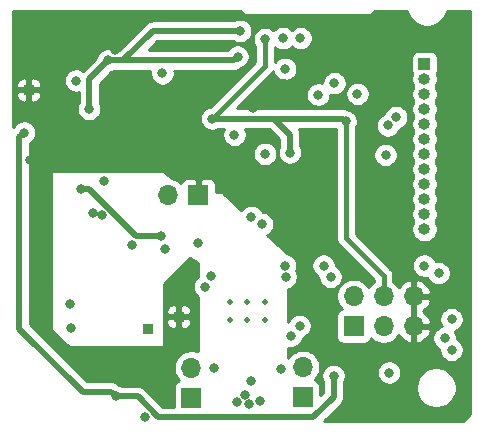
<source format=gbr>
%TF.GenerationSoftware,KiCad,Pcbnew,(5.1.9)-1*%
%TF.CreationDate,2021-03-26T18:59:29+01:00*%
%TF.ProjectId,DotBot,446f7442-6f74-42e6-9b69-6361645f7063,rev?*%
%TF.SameCoordinates,Original*%
%TF.FileFunction,Copper,L3,Inr*%
%TF.FilePolarity,Positive*%
%FSLAX46Y46*%
G04 Gerber Fmt 4.6, Leading zero omitted, Abs format (unit mm)*
G04 Created by KiCad (PCBNEW (5.1.9)-1) date 2021-03-26 18:59:29*
%MOMM*%
%LPD*%
G01*
G04 APERTURE LIST*
%TA.AperFunction,ComponentPad*%
%ADD10O,1.000000X1.000000*%
%TD*%
%TA.AperFunction,ComponentPad*%
%ADD11R,1.000000X1.000000*%
%TD*%
%TA.AperFunction,ComponentPad*%
%ADD12O,1.700000X1.700000*%
%TD*%
%TA.AperFunction,ComponentPad*%
%ADD13R,1.700000X1.700000*%
%TD*%
%TA.AperFunction,ComponentPad*%
%ADD14R,0.850000X0.850000*%
%TD*%
%TA.AperFunction,ComponentPad*%
%ADD15C,0.500000*%
%TD*%
%TA.AperFunction,ViaPad*%
%ADD16C,0.800000*%
%TD*%
%TA.AperFunction,Conductor*%
%ADD17C,0.500000*%
%TD*%
%TA.AperFunction,Conductor*%
%ADD18C,0.400000*%
%TD*%
%TA.AperFunction,Conductor*%
%ADD19C,0.254000*%
%TD*%
%TA.AperFunction,Conductor*%
%ADD20C,0.100000*%
%TD*%
G04 APERTURE END LIST*
D10*
%TO.N,P1_09*%
%TO.C,J5*%
X110500000Y-65070000D03*
%TO.N,P0_28*%
X110500000Y-63800000D03*
%TO.N,P0_02*%
X110500000Y-62530000D03*
%TO.N,P0_11*%
X110500000Y-61260000D03*
%TO.N,P0_15*%
X110500000Y-59990000D03*
%TO.N,P0_17*%
X110500000Y-58720000D03*
%TO.N,P0_04*%
X110500000Y-57450000D03*
%TO.N,P0_03*%
X110500000Y-56180000D03*
%TO.N,P0_05*%
X110500000Y-54910000D03*
%TO.N,P0_20*%
X110500000Y-53640000D03*
%TO.N,P0_29*%
X110500000Y-52370000D03*
D11*
%TO.N,P0_30*%
X110500000Y-51100000D03*
%TD*%
D12*
%TO.N,GND*%
%TO.C,J6*%
X109580000Y-70760000D03*
X109580000Y-73300000D03*
%TO.N,VDD*%
X107040000Y-70760000D03*
%TO.N,P0_09*%
X107040000Y-73300000D03*
%TO.N,P0_10*%
X104500000Y-70760000D03*
D13*
%TO.N,P0_31*%
X104500000Y-73300000D03*
%TD*%
D12*
%TO.N,Net-(J2-Pad2)*%
%TO.C,J2*%
X100200000Y-76760000D03*
D13*
%TO.N,Net-(J2-Pad1)*%
X100200000Y-79300000D03*
%TD*%
D14*
%TO.N,GND*%
%TO.C,TP3*%
X77000000Y-53300000D03*
%TD*%
%TO.N,GND*%
%TO.C,TP2*%
X87100000Y-73500000D03*
%TD*%
%TO.N,GND*%
%TO.C,TP1*%
X89700000Y-72500000D03*
%TD*%
D12*
%TO.N,Net-(J4-Pad2)*%
%TO.C,J4*%
X88822000Y-62226000D03*
D13*
%TO.N,GND*%
X91362000Y-62226000D03*
%TD*%
D12*
%TO.N,Net-(J1-Pad2)*%
%TO.C,J1*%
X90750000Y-76810000D03*
D13*
%TO.N,Net-(J1-Pad1)*%
X90750000Y-79350000D03*
%TD*%
D15*
%TO.N,GND*%
%TO.C,U3*%
X94000000Y-72750000D03*
X94000000Y-71250000D03*
X95500000Y-72750000D03*
X95500000Y-71250000D03*
X97000000Y-72750000D03*
X97000000Y-71250000D03*
%TD*%
D16*
%TO.N,GND*%
X82400000Y-63700000D03*
X80500000Y-71400000D03*
X80540000Y-73460000D03*
X83400000Y-61000000D03*
X78800000Y-53300000D03*
X78800000Y-59700000D03*
X88500000Y-66800000D03*
X84300000Y-49900000D03*
X86500000Y-77300000D03*
X104000000Y-75800000D03*
X98700000Y-52800000D03*
X99500000Y-53400000D03*
%TO.N,+3V3*%
X82100000Y-54900000D03*
X83700000Y-50800000D03*
X94900000Y-48300000D03*
X94675724Y-50475724D03*
X76600000Y-56900000D03*
X102800000Y-77500000D03*
%TO.N,VDD*%
X97000000Y-49000000D03*
X92525728Y-55725728D03*
%TO.N,TS4231_D*%
X81000000Y-52500000D03*
X88300000Y-51900000D03*
%TO.N,GND*%
X91362000Y-66262000D03*
X94625000Y-79675000D03*
X96575000Y-79625000D03*
X95299986Y-79099986D03*
X95825000Y-77975000D03*
X95650000Y-79875000D03*
X95974979Y-54800000D03*
X98450000Y-62125000D03*
X83219662Y-63880338D03*
X77100000Y-59200000D03*
%TO.N,+3V3*%
X84362357Y-79250010D03*
%TO.N,+6V*%
X88200000Y-65700000D03*
X81400000Y-61700000D03*
%TO.N,VDD*%
X103825000Y-55950000D03*
X99100000Y-58600000D03*
%TO.N,P0_30*%
X100000000Y-48900000D03*
%TO.N,P0_29*%
X98500000Y-48900000D03*
%TO.N,P0_05*%
X101500000Y-53700000D03*
X98375000Y-76950000D03*
X99925000Y-73275000D03*
%TO.N,P0_04*%
X92700000Y-76875000D03*
X97000000Y-58700000D03*
X99200000Y-74100000D03*
%TO.N,P0_03*%
X94400000Y-57100000D03*
%TO.N,P0_17*%
X86800000Y-81000000D03*
X102874537Y-52720132D03*
X107500000Y-77225000D03*
X107400000Y-56300000D03*
X107200000Y-58800000D03*
%TO.N,P0_15*%
X104813516Y-53625904D03*
X108100000Y-55600000D03*
%TO.N,P1_09*%
X98700000Y-68175000D03*
X101950000Y-68175000D03*
X110475000Y-68175000D03*
%TO.N,P0_11*%
X98750000Y-69125000D03*
X102550000Y-69125000D03*
X111700000Y-68800000D03*
%TO.N,P0_28*%
X92386772Y-69011772D03*
X96725000Y-64650000D03*
%TO.N,P0_02*%
X91900000Y-69950000D03*
X95850000Y-64050000D03*
%TO.N,P0_10*%
X112800001Y-72699999D03*
%TO.N,P0_31*%
X112800000Y-75300000D03*
%TO.N,P0_20*%
X85769669Y-66430331D03*
X98700000Y-51500000D03*
%TO.N,P0_09*%
X112200000Y-74300000D03*
%TD*%
D17*
%TO.N,+3V3*%
X82100000Y-52400000D02*
X83700000Y-50800000D01*
X82100000Y-54900000D02*
X82100000Y-52400000D01*
X83700000Y-50800000D02*
X85000000Y-50800000D01*
X87500000Y-48300000D02*
X94900000Y-48300000D01*
X85000000Y-50800000D02*
X87500000Y-48300000D01*
X94351448Y-50800000D02*
X94675724Y-50475724D01*
X83700000Y-50800000D02*
X94351448Y-50800000D01*
D18*
%TO.N,VDD*%
X97000000Y-49000000D02*
X97000000Y-51251456D01*
X97000000Y-51251456D02*
X92525728Y-55725728D01*
D17*
X97725728Y-55725728D02*
X92525728Y-55725728D01*
%TO.N,+3V3*%
X86215695Y-79250010D02*
X84362357Y-79250010D01*
X87965685Y-81000000D02*
X86215695Y-79250010D01*
X101100000Y-81000000D02*
X87965685Y-81000000D01*
X102800000Y-79300000D02*
X101100000Y-81000000D01*
X102800000Y-77500000D02*
X102800000Y-79300000D01*
X76600000Y-56900000D02*
X76200001Y-57299999D01*
X76200001Y-73500001D02*
X81550011Y-78850011D01*
X76200001Y-57299999D02*
X76200001Y-73500001D01*
X81550011Y-78850011D02*
X83962358Y-78850011D01*
X83962358Y-78850011D02*
X84362357Y-79250010D01*
%TO.N,+6V*%
X82100000Y-61700000D02*
X81400000Y-61700000D01*
X88200000Y-65700000D02*
X86100000Y-65700000D01*
X86100000Y-65700000D02*
X82100000Y-61700000D01*
%TO.N,VDD*%
X103600728Y-55725728D02*
X103825000Y-55950000D01*
X97725728Y-55725728D02*
X103600728Y-55725728D01*
X99100000Y-57100000D02*
X99100000Y-58600000D01*
X97725728Y-55725728D02*
X99100000Y-57100000D01*
D18*
X107040000Y-70760000D02*
X107040000Y-69040000D01*
X103825000Y-65825000D02*
X103825000Y-55950000D01*
X107040000Y-69040000D02*
X103825000Y-65825000D01*
%TD*%
D19*
%TO.N,GND*%
X94948575Y-46668450D02*
X95031052Y-46768948D01*
X95131550Y-46851425D01*
X95246207Y-46912710D01*
X95370617Y-46950450D01*
X95467581Y-46960000D01*
X95500000Y-46963193D01*
X95532419Y-46960000D01*
X105667581Y-46960000D01*
X105700000Y-46963193D01*
X105732419Y-46960000D01*
X105829383Y-46950450D01*
X105953793Y-46912710D01*
X106068450Y-46851425D01*
X106168948Y-46768948D01*
X106251425Y-46668450D01*
X106273580Y-46627000D01*
X109015945Y-46627000D01*
X109031675Y-46706081D01*
X109162463Y-47021831D01*
X109352337Y-47305998D01*
X109594002Y-47547663D01*
X109878169Y-47737537D01*
X110193919Y-47868325D01*
X110529117Y-47935000D01*
X110870883Y-47935000D01*
X111206081Y-47868325D01*
X111521831Y-47737537D01*
X111805998Y-47547663D01*
X112047663Y-47305998D01*
X112237537Y-47021831D01*
X112368325Y-46706081D01*
X112384055Y-46627000D01*
X114310831Y-46627000D01*
X114340000Y-47024207D01*
X114340001Y-80726618D01*
X113726620Y-81340000D01*
X102011578Y-81340000D01*
X103395049Y-79956530D01*
X103428817Y-79928817D01*
X103467801Y-79881316D01*
X103539410Y-79794060D01*
X103548593Y-79776880D01*
X103621589Y-79640313D01*
X103672195Y-79473490D01*
X103685000Y-79343477D01*
X103685000Y-79343467D01*
X103689281Y-79300001D01*
X103685000Y-79256534D01*
X103685000Y-78329117D01*
X109765000Y-78329117D01*
X109765000Y-78670883D01*
X109831675Y-79006081D01*
X109962463Y-79321831D01*
X110152337Y-79605998D01*
X110394002Y-79847663D01*
X110678169Y-80037537D01*
X110993919Y-80168325D01*
X111329117Y-80235000D01*
X111670883Y-80235000D01*
X112006081Y-80168325D01*
X112321831Y-80037537D01*
X112605998Y-79847663D01*
X112847663Y-79605998D01*
X113037537Y-79321831D01*
X113168325Y-79006081D01*
X113235000Y-78670883D01*
X113235000Y-78329117D01*
X113168325Y-77993919D01*
X113037537Y-77678169D01*
X112847663Y-77394002D01*
X112605998Y-77152337D01*
X112321831Y-76962463D01*
X112006081Y-76831675D01*
X111670883Y-76765000D01*
X111329117Y-76765000D01*
X110993919Y-76831675D01*
X110678169Y-76962463D01*
X110394002Y-77152337D01*
X110152337Y-77394002D01*
X109962463Y-77678169D01*
X109831675Y-77993919D01*
X109765000Y-78329117D01*
X103685000Y-78329117D01*
X103685000Y-78038454D01*
X103717205Y-77990256D01*
X103795226Y-77801898D01*
X103835000Y-77601939D01*
X103835000Y-77398061D01*
X103795226Y-77198102D01*
X103764143Y-77123061D01*
X106465000Y-77123061D01*
X106465000Y-77326939D01*
X106504774Y-77526898D01*
X106582795Y-77715256D01*
X106696063Y-77884774D01*
X106840226Y-78028937D01*
X107009744Y-78142205D01*
X107198102Y-78220226D01*
X107398061Y-78260000D01*
X107601939Y-78260000D01*
X107801898Y-78220226D01*
X107990256Y-78142205D01*
X108159774Y-78028937D01*
X108303937Y-77884774D01*
X108417205Y-77715256D01*
X108495226Y-77526898D01*
X108535000Y-77326939D01*
X108535000Y-77123061D01*
X108495226Y-76923102D01*
X108417205Y-76734744D01*
X108303937Y-76565226D01*
X108159774Y-76421063D01*
X107990256Y-76307795D01*
X107801898Y-76229774D01*
X107601939Y-76190000D01*
X107398061Y-76190000D01*
X107198102Y-76229774D01*
X107009744Y-76307795D01*
X106840226Y-76421063D01*
X106696063Y-76565226D01*
X106582795Y-76734744D01*
X106504774Y-76923102D01*
X106465000Y-77123061D01*
X103764143Y-77123061D01*
X103717205Y-77009744D01*
X103603937Y-76840226D01*
X103459774Y-76696063D01*
X103290256Y-76582795D01*
X103101898Y-76504774D01*
X102901939Y-76465000D01*
X102698061Y-76465000D01*
X102498102Y-76504774D01*
X102309744Y-76582795D01*
X102140226Y-76696063D01*
X101996063Y-76840226D01*
X101882795Y-77009744D01*
X101804774Y-77198102D01*
X101765000Y-77398061D01*
X101765000Y-77601939D01*
X101804774Y-77801898D01*
X101882795Y-77990256D01*
X101915000Y-78038455D01*
X101915001Y-78933420D01*
X101688072Y-79160349D01*
X101688072Y-78450000D01*
X101675812Y-78325518D01*
X101639502Y-78205820D01*
X101580537Y-78095506D01*
X101501185Y-77998815D01*
X101404494Y-77919463D01*
X101294180Y-77860498D01*
X101221620Y-77838487D01*
X101353475Y-77706632D01*
X101515990Y-77463411D01*
X101627932Y-77193158D01*
X101685000Y-76906260D01*
X101685000Y-76613740D01*
X101627932Y-76326842D01*
X101515990Y-76056589D01*
X101353475Y-75813368D01*
X101146632Y-75606525D01*
X100903411Y-75444010D01*
X100633158Y-75332068D01*
X100346260Y-75275000D01*
X100053740Y-75275000D01*
X99766842Y-75332068D01*
X99496589Y-75444010D01*
X99253368Y-75606525D01*
X99046525Y-75813368D01*
X98952000Y-75954835D01*
X98952000Y-75105947D01*
X99098061Y-75135000D01*
X99301939Y-75135000D01*
X99501898Y-75095226D01*
X99690256Y-75017205D01*
X99859774Y-74903937D01*
X100003937Y-74759774D01*
X100117205Y-74590256D01*
X100195226Y-74401898D01*
X100221191Y-74271361D01*
X100226898Y-74270226D01*
X100415256Y-74192205D01*
X100584774Y-74078937D01*
X100728937Y-73934774D01*
X100842205Y-73765256D01*
X100920226Y-73576898D01*
X100960000Y-73376939D01*
X100960000Y-73173061D01*
X100920226Y-72973102D01*
X100842205Y-72784744D01*
X100728937Y-72615226D01*
X100584774Y-72471063D01*
X100415256Y-72357795D01*
X100226898Y-72279774D01*
X100026939Y-72240000D01*
X99823061Y-72240000D01*
X99623102Y-72279774D01*
X99434744Y-72357795D01*
X99265226Y-72471063D01*
X99121063Y-72615226D01*
X99007795Y-72784744D01*
X98952000Y-72919444D01*
X98952000Y-70140097D01*
X99051898Y-70120226D01*
X99240256Y-70042205D01*
X99409774Y-69928937D01*
X99553937Y-69784774D01*
X99667205Y-69615256D01*
X99745226Y-69426898D01*
X99785000Y-69226939D01*
X99785000Y-69023061D01*
X99745226Y-68823102D01*
X99667205Y-68634744D01*
X99644141Y-68600227D01*
X99695226Y-68476898D01*
X99735000Y-68276939D01*
X99735000Y-68073061D01*
X100915000Y-68073061D01*
X100915000Y-68276939D01*
X100954774Y-68476898D01*
X101032795Y-68665256D01*
X101146063Y-68834774D01*
X101290226Y-68978937D01*
X101459744Y-69092205D01*
X101515000Y-69115093D01*
X101515000Y-69226939D01*
X101554774Y-69426898D01*
X101632795Y-69615256D01*
X101746063Y-69784774D01*
X101890226Y-69928937D01*
X102059744Y-70042205D01*
X102248102Y-70120226D01*
X102448061Y-70160000D01*
X102651939Y-70160000D01*
X102851898Y-70120226D01*
X103040256Y-70042205D01*
X103209774Y-69928937D01*
X103353937Y-69784774D01*
X103467205Y-69615256D01*
X103545226Y-69426898D01*
X103585000Y-69226939D01*
X103585000Y-69023061D01*
X103545226Y-68823102D01*
X103467205Y-68634744D01*
X103353937Y-68465226D01*
X103209774Y-68321063D01*
X103040256Y-68207795D01*
X102985000Y-68184907D01*
X102985000Y-68073061D01*
X102945226Y-67873102D01*
X102867205Y-67684744D01*
X102753937Y-67515226D01*
X102609774Y-67371063D01*
X102440256Y-67257795D01*
X102251898Y-67179774D01*
X102051939Y-67140000D01*
X101848061Y-67140000D01*
X101648102Y-67179774D01*
X101459744Y-67257795D01*
X101290226Y-67371063D01*
X101146063Y-67515226D01*
X101032795Y-67684744D01*
X100954774Y-67873102D01*
X100915000Y-68073061D01*
X99735000Y-68073061D01*
X99695226Y-67873102D01*
X99617205Y-67684744D01*
X99503937Y-67515226D01*
X99359774Y-67371063D01*
X99190256Y-67257795D01*
X99001898Y-67179774D01*
X98819108Y-67143415D01*
X97187162Y-65578842D01*
X97215256Y-65567205D01*
X97384774Y-65453937D01*
X97528937Y-65309774D01*
X97642205Y-65140256D01*
X97720226Y-64951898D01*
X97760000Y-64751939D01*
X97760000Y-64548061D01*
X97720226Y-64348102D01*
X97642205Y-64159744D01*
X97528937Y-63990226D01*
X97384774Y-63846063D01*
X97215256Y-63732795D01*
X97026898Y-63654774D01*
X96826939Y-63615000D01*
X96790093Y-63615000D01*
X96767205Y-63559744D01*
X96653937Y-63390226D01*
X96509774Y-63246063D01*
X96340256Y-63132795D01*
X96151898Y-63054774D01*
X95951939Y-63015000D01*
X95748061Y-63015000D01*
X95548102Y-63054774D01*
X95359744Y-63132795D01*
X95190226Y-63246063D01*
X95046063Y-63390226D01*
X94990709Y-63473069D01*
X93462890Y-62008325D01*
X93445557Y-61994403D01*
X93423601Y-61982667D01*
X93399776Y-61975440D01*
X93375000Y-61973000D01*
X92814250Y-61973000D01*
X92847000Y-61940250D01*
X92850072Y-61376000D01*
X92837812Y-61251518D01*
X92801502Y-61131820D01*
X92742537Y-61021506D01*
X92663185Y-60924815D01*
X92566494Y-60845463D01*
X92456180Y-60786498D01*
X92336482Y-60750188D01*
X92212000Y-60737928D01*
X91647750Y-60741000D01*
X91489000Y-60899750D01*
X91489000Y-61973000D01*
X91235000Y-61973000D01*
X91235000Y-60899750D01*
X91076250Y-60741000D01*
X90512000Y-60737928D01*
X90387518Y-60750188D01*
X90267820Y-60786498D01*
X90157506Y-60845463D01*
X90060815Y-60924815D01*
X89981463Y-61021506D01*
X89922498Y-61131820D01*
X89900487Y-61204380D01*
X89768632Y-61072525D01*
X89525411Y-60910010D01*
X89255158Y-60798068D01*
X89152375Y-60777623D01*
X88482651Y-60203574D01*
X88470557Y-60194403D01*
X88448601Y-60182667D01*
X88424776Y-60175440D01*
X88400000Y-60173000D01*
X79000000Y-60173000D01*
X78975224Y-60175440D01*
X78951399Y-60182667D01*
X78929443Y-60194403D01*
X78910197Y-60210197D01*
X78894403Y-60229443D01*
X78882667Y-60251399D01*
X78875440Y-60275224D01*
X78873000Y-60300000D01*
X78873000Y-73500000D01*
X78875440Y-73524776D01*
X78882667Y-73548601D01*
X78894403Y-73570557D01*
X78910197Y-73589803D01*
X80310197Y-74989803D01*
X80329443Y-75005597D01*
X80351399Y-75017333D01*
X80375224Y-75024560D01*
X80400000Y-75027000D01*
X88300000Y-75027000D01*
X88324776Y-75024560D01*
X88348601Y-75017333D01*
X88370557Y-75005597D01*
X88389803Y-74989803D01*
X88405597Y-74970557D01*
X88417333Y-74948601D01*
X88424560Y-74924776D01*
X88427000Y-74900000D01*
X88427000Y-72925000D01*
X88636928Y-72925000D01*
X88649188Y-73049482D01*
X88685498Y-73169180D01*
X88744463Y-73279494D01*
X88823815Y-73376185D01*
X88920506Y-73455537D01*
X89030820Y-73514502D01*
X89150518Y-73550812D01*
X89275000Y-73563072D01*
X89414250Y-73560000D01*
X89573000Y-73401250D01*
X89573000Y-72627000D01*
X89827000Y-72627000D01*
X89827000Y-73401250D01*
X89985750Y-73560000D01*
X90125000Y-73563072D01*
X90249482Y-73550812D01*
X90369180Y-73514502D01*
X90479494Y-73455537D01*
X90576185Y-73376185D01*
X90655537Y-73279494D01*
X90714502Y-73169180D01*
X90750812Y-73049482D01*
X90763072Y-72925000D01*
X90760000Y-72785750D01*
X90601250Y-72627000D01*
X89827000Y-72627000D01*
X89573000Y-72627000D01*
X88798750Y-72627000D01*
X88640000Y-72785750D01*
X88636928Y-72925000D01*
X88427000Y-72925000D01*
X88427000Y-72075000D01*
X88636928Y-72075000D01*
X88640000Y-72214250D01*
X88798750Y-72373000D01*
X89573000Y-72373000D01*
X89573000Y-71598750D01*
X89827000Y-71598750D01*
X89827000Y-72373000D01*
X90601250Y-72373000D01*
X90760000Y-72214250D01*
X90763072Y-72075000D01*
X90750812Y-71950518D01*
X90714502Y-71830820D01*
X90655537Y-71720506D01*
X90576185Y-71623815D01*
X90479494Y-71544463D01*
X90369180Y-71485498D01*
X90249482Y-71449188D01*
X90125000Y-71436928D01*
X89985750Y-71440000D01*
X89827000Y-71598750D01*
X89573000Y-71598750D01*
X89414250Y-71440000D01*
X89275000Y-71436928D01*
X89150518Y-71449188D01*
X89030820Y-71485498D01*
X88920506Y-71544463D01*
X88823815Y-71623815D01*
X88744463Y-71720506D01*
X88685498Y-71830820D01*
X88649188Y-71950518D01*
X88636928Y-72075000D01*
X88427000Y-72075000D01*
X88427000Y-69752999D01*
X90686854Y-67516932D01*
X91322871Y-67988816D01*
X91320642Y-69092331D01*
X91240226Y-69146063D01*
X91096063Y-69290226D01*
X90982795Y-69459744D01*
X90904774Y-69648102D01*
X90865000Y-69848061D01*
X90865000Y-70051939D01*
X90904774Y-70251898D01*
X90982795Y-70440256D01*
X91096063Y-70609774D01*
X91240226Y-70753937D01*
X91317181Y-70805356D01*
X91307831Y-75433709D01*
X91183158Y-75382068D01*
X90896260Y-75325000D01*
X90603740Y-75325000D01*
X90316842Y-75382068D01*
X90046589Y-75494010D01*
X89803368Y-75656525D01*
X89596525Y-75863368D01*
X89434010Y-76106589D01*
X89322068Y-76376842D01*
X89265000Y-76663740D01*
X89265000Y-76956260D01*
X89322068Y-77243158D01*
X89434010Y-77513411D01*
X89596525Y-77756632D01*
X89728380Y-77888487D01*
X89655820Y-77910498D01*
X89545506Y-77969463D01*
X89448815Y-78048815D01*
X89369463Y-78145506D01*
X89310498Y-78255820D01*
X89274188Y-78375518D01*
X89261928Y-78500000D01*
X89261928Y-80115000D01*
X88332264Y-80115000D01*
X86872227Y-78654964D01*
X86844512Y-78621193D01*
X86709754Y-78510599D01*
X86556008Y-78428421D01*
X86389185Y-78377815D01*
X86259172Y-78365010D01*
X86259164Y-78365010D01*
X86215695Y-78360729D01*
X86172226Y-78365010D01*
X84900811Y-78365010D01*
X84852613Y-78332805D01*
X84664255Y-78254784D01*
X84609863Y-78243965D01*
X84591175Y-78221194D01*
X84456417Y-78110600D01*
X84302671Y-78028422D01*
X84135848Y-77977816D01*
X84005835Y-77965011D01*
X84005827Y-77965011D01*
X83962358Y-77960730D01*
X83918889Y-77965011D01*
X81916590Y-77965011D01*
X77085001Y-73133423D01*
X77085001Y-58598061D01*
X95965000Y-58598061D01*
X95965000Y-58801939D01*
X96004774Y-59001898D01*
X96082795Y-59190256D01*
X96196063Y-59359774D01*
X96340226Y-59503937D01*
X96509744Y-59617205D01*
X96698102Y-59695226D01*
X96898061Y-59735000D01*
X97101939Y-59735000D01*
X97301898Y-59695226D01*
X97490256Y-59617205D01*
X97659774Y-59503937D01*
X97803937Y-59359774D01*
X97917205Y-59190256D01*
X97995226Y-59001898D01*
X98035000Y-58801939D01*
X98035000Y-58598061D01*
X97995226Y-58398102D01*
X97917205Y-58209744D01*
X97803937Y-58040226D01*
X97659774Y-57896063D01*
X97490256Y-57782795D01*
X97301898Y-57704774D01*
X97101939Y-57665000D01*
X96898061Y-57665000D01*
X96698102Y-57704774D01*
X96509744Y-57782795D01*
X96340226Y-57896063D01*
X96196063Y-58040226D01*
X96082795Y-58209744D01*
X96004774Y-58398102D01*
X95965000Y-58598061D01*
X77085001Y-58598061D01*
X77085001Y-57819382D01*
X77090256Y-57817205D01*
X77259774Y-57703937D01*
X77403937Y-57559774D01*
X77517205Y-57390256D01*
X77595226Y-57201898D01*
X77635000Y-57001939D01*
X77635000Y-56798061D01*
X77595226Y-56598102D01*
X77517205Y-56409744D01*
X77403937Y-56240226D01*
X77259774Y-56096063D01*
X77090256Y-55982795D01*
X76901898Y-55904774D01*
X76701939Y-55865000D01*
X76498061Y-55865000D01*
X76298102Y-55904774D01*
X76109744Y-55982795D01*
X75940226Y-56096063D01*
X75796063Y-56240226D01*
X75682795Y-56409744D01*
X75660000Y-56464776D01*
X75660000Y-53725000D01*
X75936928Y-53725000D01*
X75949188Y-53849482D01*
X75985498Y-53969180D01*
X76044463Y-54079494D01*
X76123815Y-54176185D01*
X76220506Y-54255537D01*
X76330820Y-54314502D01*
X76450518Y-54350812D01*
X76575000Y-54363072D01*
X76714250Y-54360000D01*
X76873000Y-54201250D01*
X76873000Y-53427000D01*
X77127000Y-53427000D01*
X77127000Y-54201250D01*
X77285750Y-54360000D01*
X77425000Y-54363072D01*
X77549482Y-54350812D01*
X77669180Y-54314502D01*
X77779494Y-54255537D01*
X77876185Y-54176185D01*
X77955537Y-54079494D01*
X78014502Y-53969180D01*
X78050812Y-53849482D01*
X78063072Y-53725000D01*
X78060000Y-53585750D01*
X77901250Y-53427000D01*
X77127000Y-53427000D01*
X76873000Y-53427000D01*
X76098750Y-53427000D01*
X75940000Y-53585750D01*
X75936928Y-53725000D01*
X75660000Y-53725000D01*
X75660000Y-52875000D01*
X75936928Y-52875000D01*
X75940000Y-53014250D01*
X76098750Y-53173000D01*
X76873000Y-53173000D01*
X76873000Y-52398750D01*
X77127000Y-52398750D01*
X77127000Y-53173000D01*
X77901250Y-53173000D01*
X78060000Y-53014250D01*
X78063072Y-52875000D01*
X78050812Y-52750518D01*
X78014502Y-52630820D01*
X77955537Y-52520506D01*
X77876185Y-52423815D01*
X77844804Y-52398061D01*
X79965000Y-52398061D01*
X79965000Y-52601939D01*
X80004774Y-52801898D01*
X80082795Y-52990256D01*
X80196063Y-53159774D01*
X80340226Y-53303937D01*
X80509744Y-53417205D01*
X80698102Y-53495226D01*
X80898061Y-53535000D01*
X81101939Y-53535000D01*
X81215001Y-53512511D01*
X81215000Y-54361545D01*
X81182795Y-54409744D01*
X81104774Y-54598102D01*
X81065000Y-54798061D01*
X81065000Y-55001939D01*
X81104774Y-55201898D01*
X81182795Y-55390256D01*
X81296063Y-55559774D01*
X81440226Y-55703937D01*
X81609744Y-55817205D01*
X81798102Y-55895226D01*
X81998061Y-55935000D01*
X82201939Y-55935000D01*
X82401898Y-55895226D01*
X82590256Y-55817205D01*
X82759774Y-55703937D01*
X82839922Y-55623789D01*
X91490728Y-55623789D01*
X91490728Y-55827667D01*
X91530502Y-56027626D01*
X91608523Y-56215984D01*
X91721791Y-56385502D01*
X91865954Y-56529665D01*
X92035472Y-56642933D01*
X92223830Y-56720954D01*
X92423789Y-56760728D01*
X92627667Y-56760728D01*
X92827626Y-56720954D01*
X93015984Y-56642933D01*
X93064182Y-56610728D01*
X93482387Y-56610728D01*
X93404774Y-56798102D01*
X93365000Y-56998061D01*
X93365000Y-57201939D01*
X93404774Y-57401898D01*
X93482795Y-57590256D01*
X93596063Y-57759774D01*
X93740226Y-57903937D01*
X93909744Y-58017205D01*
X94098102Y-58095226D01*
X94298061Y-58135000D01*
X94501939Y-58135000D01*
X94701898Y-58095226D01*
X94890256Y-58017205D01*
X95059774Y-57903937D01*
X95203937Y-57759774D01*
X95317205Y-57590256D01*
X95395226Y-57401898D01*
X95435000Y-57201939D01*
X95435000Y-56998061D01*
X95395226Y-56798102D01*
X95317613Y-56610728D01*
X97359150Y-56610728D01*
X98215000Y-57466579D01*
X98215001Y-58061545D01*
X98182795Y-58109744D01*
X98104774Y-58298102D01*
X98065000Y-58498061D01*
X98065000Y-58701939D01*
X98104774Y-58901898D01*
X98182795Y-59090256D01*
X98296063Y-59259774D01*
X98440226Y-59403937D01*
X98609744Y-59517205D01*
X98798102Y-59595226D01*
X98998061Y-59635000D01*
X99201939Y-59635000D01*
X99401898Y-59595226D01*
X99590256Y-59517205D01*
X99759774Y-59403937D01*
X99903937Y-59259774D01*
X100017205Y-59090256D01*
X100095226Y-58901898D01*
X100135000Y-58701939D01*
X100135000Y-58498061D01*
X100095226Y-58298102D01*
X100017205Y-58109744D01*
X99985000Y-58061546D01*
X99985000Y-57143465D01*
X99989281Y-57099999D01*
X99985000Y-57056533D01*
X99985000Y-57056523D01*
X99972195Y-56926510D01*
X99921589Y-56759687D01*
X99841970Y-56610728D01*
X102990001Y-56610728D01*
X102990000Y-65783981D01*
X102985960Y-65825000D01*
X102990000Y-65866018D01*
X103002082Y-65988688D01*
X103049828Y-66146086D01*
X103127364Y-66291145D01*
X103231709Y-66418291D01*
X103263579Y-66444446D01*
X106205001Y-69385870D01*
X106205001Y-69531934D01*
X106093368Y-69606525D01*
X105886525Y-69813368D01*
X105770000Y-69987760D01*
X105653475Y-69813368D01*
X105446632Y-69606525D01*
X105203411Y-69444010D01*
X104933158Y-69332068D01*
X104646260Y-69275000D01*
X104353740Y-69275000D01*
X104066842Y-69332068D01*
X103796589Y-69444010D01*
X103553368Y-69606525D01*
X103346525Y-69813368D01*
X103184010Y-70056589D01*
X103072068Y-70326842D01*
X103015000Y-70613740D01*
X103015000Y-70906260D01*
X103072068Y-71193158D01*
X103184010Y-71463411D01*
X103346525Y-71706632D01*
X103478380Y-71838487D01*
X103405820Y-71860498D01*
X103295506Y-71919463D01*
X103198815Y-71998815D01*
X103119463Y-72095506D01*
X103060498Y-72205820D01*
X103024188Y-72325518D01*
X103011928Y-72450000D01*
X103011928Y-74150000D01*
X103024188Y-74274482D01*
X103060498Y-74394180D01*
X103119463Y-74504494D01*
X103198815Y-74601185D01*
X103295506Y-74680537D01*
X103405820Y-74739502D01*
X103525518Y-74775812D01*
X103650000Y-74788072D01*
X105350000Y-74788072D01*
X105474482Y-74775812D01*
X105594180Y-74739502D01*
X105704494Y-74680537D01*
X105801185Y-74601185D01*
X105880537Y-74504494D01*
X105939502Y-74394180D01*
X105961513Y-74321620D01*
X106093368Y-74453475D01*
X106336589Y-74615990D01*
X106606842Y-74727932D01*
X106893740Y-74785000D01*
X107186260Y-74785000D01*
X107473158Y-74727932D01*
X107743411Y-74615990D01*
X107986632Y-74453475D01*
X108193475Y-74246632D01*
X108315195Y-74064466D01*
X108384822Y-74181355D01*
X108579731Y-74397588D01*
X108813080Y-74571641D01*
X109075901Y-74696825D01*
X109223110Y-74741476D01*
X109453000Y-74620155D01*
X109453000Y-73427000D01*
X109707000Y-73427000D01*
X109707000Y-74620155D01*
X109936890Y-74741476D01*
X110084099Y-74696825D01*
X110346920Y-74571641D01*
X110580269Y-74397588D01*
X110760119Y-74198061D01*
X111165000Y-74198061D01*
X111165000Y-74401939D01*
X111204774Y-74601898D01*
X111282795Y-74790256D01*
X111396063Y-74959774D01*
X111540226Y-75103937D01*
X111709744Y-75217205D01*
X111765000Y-75240093D01*
X111765000Y-75401939D01*
X111804774Y-75601898D01*
X111882795Y-75790256D01*
X111996063Y-75959774D01*
X112140226Y-76103937D01*
X112309744Y-76217205D01*
X112498102Y-76295226D01*
X112698061Y-76335000D01*
X112901939Y-76335000D01*
X113101898Y-76295226D01*
X113290256Y-76217205D01*
X113459774Y-76103937D01*
X113603937Y-75959774D01*
X113717205Y-75790256D01*
X113795226Y-75601898D01*
X113835000Y-75401939D01*
X113835000Y-75198061D01*
X113795226Y-74998102D01*
X113717205Y-74809744D01*
X113603937Y-74640226D01*
X113459774Y-74496063D01*
X113290256Y-74382795D01*
X113235000Y-74359907D01*
X113235000Y-74198061D01*
X113195226Y-73998102D01*
X113117205Y-73809744D01*
X113047867Y-73705972D01*
X113101899Y-73695225D01*
X113290257Y-73617204D01*
X113459775Y-73503936D01*
X113603938Y-73359773D01*
X113717206Y-73190255D01*
X113795227Y-73001897D01*
X113835001Y-72801938D01*
X113835001Y-72598060D01*
X113795227Y-72398101D01*
X113717206Y-72209743D01*
X113603938Y-72040225D01*
X113459775Y-71896062D01*
X113290257Y-71782794D01*
X113101899Y-71704773D01*
X112901940Y-71664999D01*
X112698062Y-71664999D01*
X112498103Y-71704773D01*
X112309745Y-71782794D01*
X112140227Y-71896062D01*
X111996064Y-72040225D01*
X111882796Y-72209743D01*
X111804775Y-72398101D01*
X111765001Y-72598060D01*
X111765001Y-72801938D01*
X111804775Y-73001897D01*
X111882796Y-73190255D01*
X111952134Y-73294027D01*
X111898102Y-73304774D01*
X111709744Y-73382795D01*
X111540226Y-73496063D01*
X111396063Y-73640226D01*
X111282795Y-73809744D01*
X111204774Y-73998102D01*
X111165000Y-74198061D01*
X110760119Y-74198061D01*
X110775178Y-74181355D01*
X110924157Y-73931252D01*
X111021481Y-73656891D01*
X110900814Y-73427000D01*
X109707000Y-73427000D01*
X109453000Y-73427000D01*
X109433000Y-73427000D01*
X109433000Y-73173000D01*
X109453000Y-73173000D01*
X109453000Y-70887000D01*
X109707000Y-70887000D01*
X109707000Y-73173000D01*
X110900814Y-73173000D01*
X111021481Y-72943109D01*
X110924157Y-72668748D01*
X110775178Y-72418645D01*
X110580269Y-72202412D01*
X110349120Y-72030000D01*
X110580269Y-71857588D01*
X110775178Y-71641355D01*
X110924157Y-71391252D01*
X111021481Y-71116891D01*
X110900814Y-70887000D01*
X109707000Y-70887000D01*
X109453000Y-70887000D01*
X109433000Y-70887000D01*
X109433000Y-70633000D01*
X109453000Y-70633000D01*
X109453000Y-69439845D01*
X109707000Y-69439845D01*
X109707000Y-70633000D01*
X110900814Y-70633000D01*
X111021481Y-70403109D01*
X110924157Y-70128748D01*
X110775178Y-69878645D01*
X110580269Y-69662412D01*
X110346920Y-69488359D01*
X110084099Y-69363175D01*
X109936890Y-69318524D01*
X109707000Y-69439845D01*
X109453000Y-69439845D01*
X109223110Y-69318524D01*
X109075901Y-69363175D01*
X108813080Y-69488359D01*
X108579731Y-69662412D01*
X108384822Y-69878645D01*
X108315195Y-69995534D01*
X108193475Y-69813368D01*
X107986632Y-69606525D01*
X107875000Y-69531935D01*
X107875000Y-69081018D01*
X107879040Y-69040000D01*
X107870646Y-68954774D01*
X107862918Y-68876311D01*
X107815172Y-68718913D01*
X107737636Y-68573854D01*
X107659439Y-68478570D01*
X107659437Y-68478568D01*
X107633291Y-68446709D01*
X107601432Y-68420563D01*
X107253930Y-68073061D01*
X109440000Y-68073061D01*
X109440000Y-68276939D01*
X109479774Y-68476898D01*
X109557795Y-68665256D01*
X109671063Y-68834774D01*
X109815226Y-68978937D01*
X109984744Y-69092205D01*
X110173102Y-69170226D01*
X110373061Y-69210000D01*
X110576939Y-69210000D01*
X110736412Y-69178279D01*
X110782795Y-69290256D01*
X110896063Y-69459774D01*
X111040226Y-69603937D01*
X111209744Y-69717205D01*
X111398102Y-69795226D01*
X111598061Y-69835000D01*
X111801939Y-69835000D01*
X112001898Y-69795226D01*
X112190256Y-69717205D01*
X112359774Y-69603937D01*
X112503937Y-69459774D01*
X112617205Y-69290256D01*
X112695226Y-69101898D01*
X112735000Y-68901939D01*
X112735000Y-68698061D01*
X112695226Y-68498102D01*
X112617205Y-68309744D01*
X112503937Y-68140226D01*
X112359774Y-67996063D01*
X112190256Y-67882795D01*
X112001898Y-67804774D01*
X111801939Y-67765000D01*
X111598061Y-67765000D01*
X111438588Y-67796721D01*
X111392205Y-67684744D01*
X111278937Y-67515226D01*
X111134774Y-67371063D01*
X110965256Y-67257795D01*
X110776898Y-67179774D01*
X110576939Y-67140000D01*
X110373061Y-67140000D01*
X110173102Y-67179774D01*
X109984744Y-67257795D01*
X109815226Y-67371063D01*
X109671063Y-67515226D01*
X109557795Y-67684744D01*
X109479774Y-67873102D01*
X109440000Y-68073061D01*
X107253930Y-68073061D01*
X104660000Y-65479133D01*
X104660000Y-58698061D01*
X106165000Y-58698061D01*
X106165000Y-58901939D01*
X106204774Y-59101898D01*
X106282795Y-59290256D01*
X106396063Y-59459774D01*
X106540226Y-59603937D01*
X106709744Y-59717205D01*
X106898102Y-59795226D01*
X107098061Y-59835000D01*
X107301939Y-59835000D01*
X107501898Y-59795226D01*
X107690256Y-59717205D01*
X107859774Y-59603937D01*
X108003937Y-59459774D01*
X108117205Y-59290256D01*
X108195226Y-59101898D01*
X108235000Y-58901939D01*
X108235000Y-58698061D01*
X108195226Y-58498102D01*
X108117205Y-58309744D01*
X108003937Y-58140226D01*
X107859774Y-57996063D01*
X107690256Y-57882795D01*
X107501898Y-57804774D01*
X107301939Y-57765000D01*
X107098061Y-57765000D01*
X106898102Y-57804774D01*
X106709744Y-57882795D01*
X106540226Y-57996063D01*
X106396063Y-58140226D01*
X106282795Y-58309744D01*
X106204774Y-58498102D01*
X106165000Y-58698061D01*
X104660000Y-58698061D01*
X104660000Y-56563285D01*
X104742205Y-56440256D01*
X104820226Y-56251898D01*
X104830934Y-56198061D01*
X106365000Y-56198061D01*
X106365000Y-56401939D01*
X106404774Y-56601898D01*
X106482795Y-56790256D01*
X106596063Y-56959774D01*
X106740226Y-57103937D01*
X106909744Y-57217205D01*
X107098102Y-57295226D01*
X107298061Y-57335000D01*
X107501939Y-57335000D01*
X107701898Y-57295226D01*
X107890256Y-57217205D01*
X108059774Y-57103937D01*
X108203937Y-56959774D01*
X108317205Y-56790256D01*
X108395226Y-56601898D01*
X108396333Y-56596333D01*
X108401898Y-56595226D01*
X108590256Y-56517205D01*
X108759774Y-56403937D01*
X108903937Y-56259774D01*
X109017205Y-56090256D01*
X109095226Y-55901898D01*
X109135000Y-55701939D01*
X109135000Y-55498061D01*
X109095226Y-55298102D01*
X109017205Y-55109744D01*
X108903937Y-54940226D01*
X108759774Y-54796063D01*
X108590256Y-54682795D01*
X108401898Y-54604774D01*
X108201939Y-54565000D01*
X107998061Y-54565000D01*
X107798102Y-54604774D01*
X107609744Y-54682795D01*
X107440226Y-54796063D01*
X107296063Y-54940226D01*
X107182795Y-55109744D01*
X107104774Y-55298102D01*
X107103667Y-55303667D01*
X107098102Y-55304774D01*
X106909744Y-55382795D01*
X106740226Y-55496063D01*
X106596063Y-55640226D01*
X106482795Y-55809744D01*
X106404774Y-55998102D01*
X106365000Y-56198061D01*
X104830934Y-56198061D01*
X104860000Y-56051939D01*
X104860000Y-55848061D01*
X104820226Y-55648102D01*
X104742205Y-55459744D01*
X104628937Y-55290226D01*
X104484774Y-55146063D01*
X104315256Y-55032795D01*
X104126898Y-54954774D01*
X103981763Y-54925905D01*
X103941041Y-54904139D01*
X103774218Y-54853533D01*
X103644205Y-54840728D01*
X103644197Y-54840728D01*
X103600728Y-54836447D01*
X103557259Y-54840728D01*
X97769197Y-54840728D01*
X97725728Y-54836447D01*
X97682259Y-54840728D01*
X94591595Y-54840728D01*
X95834262Y-53598061D01*
X100465000Y-53598061D01*
X100465000Y-53801939D01*
X100504774Y-54001898D01*
X100582795Y-54190256D01*
X100696063Y-54359774D01*
X100840226Y-54503937D01*
X101009744Y-54617205D01*
X101198102Y-54695226D01*
X101398061Y-54735000D01*
X101601939Y-54735000D01*
X101801898Y-54695226D01*
X101990256Y-54617205D01*
X102159774Y-54503937D01*
X102303937Y-54359774D01*
X102417205Y-54190256D01*
X102495226Y-54001898D01*
X102535000Y-53801939D01*
X102535000Y-53699767D01*
X102572639Y-53715358D01*
X102772598Y-53755132D01*
X102976476Y-53755132D01*
X103176435Y-53715358D01*
X103364793Y-53637337D01*
X103534311Y-53524069D01*
X103534415Y-53523965D01*
X103778516Y-53523965D01*
X103778516Y-53727843D01*
X103818290Y-53927802D01*
X103896311Y-54116160D01*
X104009579Y-54285678D01*
X104153742Y-54429841D01*
X104323260Y-54543109D01*
X104511618Y-54621130D01*
X104711577Y-54660904D01*
X104915455Y-54660904D01*
X105115414Y-54621130D01*
X105303772Y-54543109D01*
X105473290Y-54429841D01*
X105617453Y-54285678D01*
X105730721Y-54116160D01*
X105808742Y-53927802D01*
X105848516Y-53727843D01*
X105848516Y-53523965D01*
X105808742Y-53324006D01*
X105730721Y-53135648D01*
X105617453Y-52966130D01*
X105473290Y-52821967D01*
X105303772Y-52708699D01*
X105115414Y-52630678D01*
X104915455Y-52590904D01*
X104711577Y-52590904D01*
X104511618Y-52630678D01*
X104323260Y-52708699D01*
X104153742Y-52821967D01*
X104009579Y-52966130D01*
X103896311Y-53135648D01*
X103818290Y-53324006D01*
X103778516Y-53523965D01*
X103534415Y-53523965D01*
X103678474Y-53379906D01*
X103791742Y-53210388D01*
X103869763Y-53022030D01*
X103909537Y-52822071D01*
X103909537Y-52618193D01*
X103869763Y-52418234D01*
X103791742Y-52229876D01*
X103678474Y-52060358D01*
X103534311Y-51916195D01*
X103364793Y-51802927D01*
X103176435Y-51724906D01*
X102976476Y-51685132D01*
X102772598Y-51685132D01*
X102572639Y-51724906D01*
X102384281Y-51802927D01*
X102214763Y-51916195D01*
X102070600Y-52060358D01*
X101957332Y-52229876D01*
X101879311Y-52418234D01*
X101839537Y-52618193D01*
X101839537Y-52720365D01*
X101801898Y-52704774D01*
X101601939Y-52665000D01*
X101398061Y-52665000D01*
X101198102Y-52704774D01*
X101009744Y-52782795D01*
X100840226Y-52896063D01*
X100696063Y-53040226D01*
X100582795Y-53209744D01*
X100504774Y-53398102D01*
X100465000Y-53598061D01*
X95834262Y-53598061D01*
X97561427Y-51870897D01*
X97593291Y-51844747D01*
X97689885Y-51727046D01*
X97704774Y-51801898D01*
X97782795Y-51990256D01*
X97896063Y-52159774D01*
X98040226Y-52303937D01*
X98209744Y-52417205D01*
X98398102Y-52495226D01*
X98598061Y-52535000D01*
X98801939Y-52535000D01*
X99001898Y-52495226D01*
X99190256Y-52417205D01*
X99359774Y-52303937D01*
X99503937Y-52159774D01*
X99617205Y-51990256D01*
X99695226Y-51801898D01*
X99735000Y-51601939D01*
X99735000Y-51398061D01*
X99695226Y-51198102D01*
X99617205Y-51009744D01*
X99503937Y-50840226D01*
X99359774Y-50696063D01*
X99216006Y-50600000D01*
X109361928Y-50600000D01*
X109361928Y-51600000D01*
X109374188Y-51724482D01*
X109410498Y-51844180D01*
X109454888Y-51927226D01*
X109408617Y-52038933D01*
X109365000Y-52258212D01*
X109365000Y-52481788D01*
X109408617Y-52701067D01*
X109494176Y-52907624D01*
X109559241Y-53005000D01*
X109494176Y-53102376D01*
X109408617Y-53308933D01*
X109365000Y-53528212D01*
X109365000Y-53751788D01*
X109408617Y-53971067D01*
X109494176Y-54177624D01*
X109559241Y-54275000D01*
X109494176Y-54372376D01*
X109408617Y-54578933D01*
X109365000Y-54798212D01*
X109365000Y-55021788D01*
X109408617Y-55241067D01*
X109494176Y-55447624D01*
X109559241Y-55545000D01*
X109494176Y-55642376D01*
X109408617Y-55848933D01*
X109365000Y-56068212D01*
X109365000Y-56291788D01*
X109408617Y-56511067D01*
X109494176Y-56717624D01*
X109559241Y-56815000D01*
X109494176Y-56912376D01*
X109408617Y-57118933D01*
X109365000Y-57338212D01*
X109365000Y-57561788D01*
X109408617Y-57781067D01*
X109494176Y-57987624D01*
X109559241Y-58085000D01*
X109494176Y-58182376D01*
X109408617Y-58388933D01*
X109365000Y-58608212D01*
X109365000Y-58831788D01*
X109408617Y-59051067D01*
X109494176Y-59257624D01*
X109559241Y-59355000D01*
X109494176Y-59452376D01*
X109408617Y-59658933D01*
X109365000Y-59878212D01*
X109365000Y-60101788D01*
X109408617Y-60321067D01*
X109494176Y-60527624D01*
X109559241Y-60625000D01*
X109494176Y-60722376D01*
X109408617Y-60928933D01*
X109365000Y-61148212D01*
X109365000Y-61371788D01*
X109408617Y-61591067D01*
X109494176Y-61797624D01*
X109559241Y-61895000D01*
X109494176Y-61992376D01*
X109408617Y-62198933D01*
X109365000Y-62418212D01*
X109365000Y-62641788D01*
X109408617Y-62861067D01*
X109494176Y-63067624D01*
X109559241Y-63165000D01*
X109494176Y-63262376D01*
X109408617Y-63468933D01*
X109365000Y-63688212D01*
X109365000Y-63911788D01*
X109408617Y-64131067D01*
X109494176Y-64337624D01*
X109559241Y-64435000D01*
X109494176Y-64532376D01*
X109408617Y-64738933D01*
X109365000Y-64958212D01*
X109365000Y-65181788D01*
X109408617Y-65401067D01*
X109494176Y-65607624D01*
X109618388Y-65793520D01*
X109776480Y-65951612D01*
X109962376Y-66075824D01*
X110168933Y-66161383D01*
X110388212Y-66205000D01*
X110611788Y-66205000D01*
X110831067Y-66161383D01*
X111037624Y-66075824D01*
X111223520Y-65951612D01*
X111381612Y-65793520D01*
X111505824Y-65607624D01*
X111591383Y-65401067D01*
X111635000Y-65181788D01*
X111635000Y-64958212D01*
X111591383Y-64738933D01*
X111505824Y-64532376D01*
X111440759Y-64435000D01*
X111505824Y-64337624D01*
X111591383Y-64131067D01*
X111635000Y-63911788D01*
X111635000Y-63688212D01*
X111591383Y-63468933D01*
X111505824Y-63262376D01*
X111440759Y-63165000D01*
X111505824Y-63067624D01*
X111591383Y-62861067D01*
X111635000Y-62641788D01*
X111635000Y-62418212D01*
X111591383Y-62198933D01*
X111505824Y-61992376D01*
X111440759Y-61895000D01*
X111505824Y-61797624D01*
X111591383Y-61591067D01*
X111635000Y-61371788D01*
X111635000Y-61148212D01*
X111591383Y-60928933D01*
X111505824Y-60722376D01*
X111440759Y-60625000D01*
X111505824Y-60527624D01*
X111591383Y-60321067D01*
X111635000Y-60101788D01*
X111635000Y-59878212D01*
X111591383Y-59658933D01*
X111505824Y-59452376D01*
X111440759Y-59355000D01*
X111505824Y-59257624D01*
X111591383Y-59051067D01*
X111635000Y-58831788D01*
X111635000Y-58608212D01*
X111591383Y-58388933D01*
X111505824Y-58182376D01*
X111440759Y-58085000D01*
X111505824Y-57987624D01*
X111591383Y-57781067D01*
X111635000Y-57561788D01*
X111635000Y-57338212D01*
X111591383Y-57118933D01*
X111505824Y-56912376D01*
X111440759Y-56815000D01*
X111505824Y-56717624D01*
X111591383Y-56511067D01*
X111635000Y-56291788D01*
X111635000Y-56068212D01*
X111591383Y-55848933D01*
X111505824Y-55642376D01*
X111440759Y-55545000D01*
X111505824Y-55447624D01*
X111591383Y-55241067D01*
X111635000Y-55021788D01*
X111635000Y-54798212D01*
X111591383Y-54578933D01*
X111505824Y-54372376D01*
X111440759Y-54275000D01*
X111505824Y-54177624D01*
X111591383Y-53971067D01*
X111635000Y-53751788D01*
X111635000Y-53528212D01*
X111591383Y-53308933D01*
X111505824Y-53102376D01*
X111440759Y-53005000D01*
X111505824Y-52907624D01*
X111591383Y-52701067D01*
X111635000Y-52481788D01*
X111635000Y-52258212D01*
X111591383Y-52038933D01*
X111545112Y-51927226D01*
X111589502Y-51844180D01*
X111625812Y-51724482D01*
X111638072Y-51600000D01*
X111638072Y-50600000D01*
X111625812Y-50475518D01*
X111589502Y-50355820D01*
X111530537Y-50245506D01*
X111451185Y-50148815D01*
X111354494Y-50069463D01*
X111244180Y-50010498D01*
X111124482Y-49974188D01*
X111000000Y-49961928D01*
X110000000Y-49961928D01*
X109875518Y-49974188D01*
X109755820Y-50010498D01*
X109645506Y-50069463D01*
X109548815Y-50148815D01*
X109469463Y-50245506D01*
X109410498Y-50355820D01*
X109374188Y-50475518D01*
X109361928Y-50600000D01*
X99216006Y-50600000D01*
X99190256Y-50582795D01*
X99001898Y-50504774D01*
X98801939Y-50465000D01*
X98598061Y-50465000D01*
X98398102Y-50504774D01*
X98209744Y-50582795D01*
X98040226Y-50696063D01*
X97896063Y-50840226D01*
X97835000Y-50931613D01*
X97835000Y-49698711D01*
X97840226Y-49703937D01*
X98009744Y-49817205D01*
X98198102Y-49895226D01*
X98398061Y-49935000D01*
X98601939Y-49935000D01*
X98801898Y-49895226D01*
X98990256Y-49817205D01*
X99159774Y-49703937D01*
X99250000Y-49613711D01*
X99340226Y-49703937D01*
X99509744Y-49817205D01*
X99698102Y-49895226D01*
X99898061Y-49935000D01*
X100101939Y-49935000D01*
X100301898Y-49895226D01*
X100490256Y-49817205D01*
X100659774Y-49703937D01*
X100803937Y-49559774D01*
X100917205Y-49390256D01*
X100995226Y-49201898D01*
X101035000Y-49001939D01*
X101035000Y-48798061D01*
X100995226Y-48598102D01*
X100917205Y-48409744D01*
X100803937Y-48240226D01*
X100659774Y-48096063D01*
X100490256Y-47982795D01*
X100301898Y-47904774D01*
X100101939Y-47865000D01*
X99898061Y-47865000D01*
X99698102Y-47904774D01*
X99509744Y-47982795D01*
X99340226Y-48096063D01*
X99250000Y-48186289D01*
X99159774Y-48096063D01*
X98990256Y-47982795D01*
X98801898Y-47904774D01*
X98601939Y-47865000D01*
X98398061Y-47865000D01*
X98198102Y-47904774D01*
X98009744Y-47982795D01*
X97840226Y-48096063D01*
X97700000Y-48236289D01*
X97659774Y-48196063D01*
X97490256Y-48082795D01*
X97301898Y-48004774D01*
X97101939Y-47965000D01*
X96898061Y-47965000D01*
X96698102Y-48004774D01*
X96509744Y-48082795D01*
X96340226Y-48196063D01*
X96196063Y-48340226D01*
X96082795Y-48509744D01*
X96004774Y-48698102D01*
X95965000Y-48898061D01*
X95965000Y-49101939D01*
X96004774Y-49301898D01*
X96082795Y-49490256D01*
X96165000Y-49613285D01*
X96165001Y-50905587D01*
X92368954Y-54701635D01*
X92223830Y-54730502D01*
X92035472Y-54808523D01*
X91865954Y-54921791D01*
X91721791Y-55065954D01*
X91608523Y-55235472D01*
X91530502Y-55423830D01*
X91490728Y-55623789D01*
X82839922Y-55623789D01*
X82903937Y-55559774D01*
X83017205Y-55390256D01*
X83095226Y-55201898D01*
X83135000Y-55001939D01*
X83135000Y-54798061D01*
X83095226Y-54598102D01*
X83017205Y-54409744D01*
X82985000Y-54361546D01*
X82985000Y-52766578D01*
X83945044Y-51806535D01*
X84001898Y-51795226D01*
X84190256Y-51717205D01*
X84238454Y-51685000D01*
X84956531Y-51685000D01*
X85000000Y-51689281D01*
X85043469Y-51685000D01*
X87287489Y-51685000D01*
X87265000Y-51798061D01*
X87265000Y-52001939D01*
X87304774Y-52201898D01*
X87382795Y-52390256D01*
X87496063Y-52559774D01*
X87640226Y-52703937D01*
X87809744Y-52817205D01*
X87998102Y-52895226D01*
X88198061Y-52935000D01*
X88401939Y-52935000D01*
X88601898Y-52895226D01*
X88790256Y-52817205D01*
X88959774Y-52703937D01*
X89103937Y-52559774D01*
X89217205Y-52390256D01*
X89295226Y-52201898D01*
X89335000Y-52001939D01*
X89335000Y-51798061D01*
X89312511Y-51685000D01*
X94307979Y-51685000D01*
X94351448Y-51689281D01*
X94394917Y-51685000D01*
X94394925Y-51685000D01*
X94524938Y-51672195D01*
X94691761Y-51621589D01*
X94845507Y-51539411D01*
X94913348Y-51483735D01*
X94977622Y-51470950D01*
X95165980Y-51392929D01*
X95335498Y-51279661D01*
X95479661Y-51135498D01*
X95592929Y-50965980D01*
X95670950Y-50777622D01*
X95710724Y-50577663D01*
X95710724Y-50373785D01*
X95670950Y-50173826D01*
X95592929Y-49985468D01*
X95479661Y-49815950D01*
X95335498Y-49671787D01*
X95165980Y-49558519D01*
X94977622Y-49480498D01*
X94777663Y-49440724D01*
X94573785Y-49440724D01*
X94373826Y-49480498D01*
X94185468Y-49558519D01*
X94015950Y-49671787D01*
X93871787Y-49815950D01*
X93805604Y-49915000D01*
X87136579Y-49915000D01*
X87866579Y-49185000D01*
X94361546Y-49185000D01*
X94409744Y-49217205D01*
X94598102Y-49295226D01*
X94798061Y-49335000D01*
X95001939Y-49335000D01*
X95201898Y-49295226D01*
X95390256Y-49217205D01*
X95559774Y-49103937D01*
X95703937Y-48959774D01*
X95817205Y-48790256D01*
X95895226Y-48601898D01*
X95935000Y-48401939D01*
X95935000Y-48198061D01*
X95895226Y-47998102D01*
X95817205Y-47809744D01*
X95703937Y-47640226D01*
X95559774Y-47496063D01*
X95390256Y-47382795D01*
X95201898Y-47304774D01*
X95001939Y-47265000D01*
X94798061Y-47265000D01*
X94598102Y-47304774D01*
X94409744Y-47382795D01*
X94361546Y-47415000D01*
X87543469Y-47415000D01*
X87500000Y-47410719D01*
X87456531Y-47415000D01*
X87456523Y-47415000D01*
X87326510Y-47427805D01*
X87159687Y-47478411D01*
X87040798Y-47541958D01*
X87005941Y-47560589D01*
X86904953Y-47643468D01*
X86904951Y-47643470D01*
X86871183Y-47671183D01*
X86843470Y-47704951D01*
X84633422Y-49915000D01*
X84238454Y-49915000D01*
X84190256Y-49882795D01*
X84001898Y-49804774D01*
X83801939Y-49765000D01*
X83598061Y-49765000D01*
X83398102Y-49804774D01*
X83209744Y-49882795D01*
X83040226Y-49996063D01*
X82896063Y-50140226D01*
X82782795Y-50309744D01*
X82704774Y-50498102D01*
X82693465Y-50554956D01*
X81595383Y-51653039D01*
X81490256Y-51582795D01*
X81301898Y-51504774D01*
X81101939Y-51465000D01*
X80898061Y-51465000D01*
X80698102Y-51504774D01*
X80509744Y-51582795D01*
X80340226Y-51696063D01*
X80196063Y-51840226D01*
X80082795Y-52009744D01*
X80004774Y-52198102D01*
X79965000Y-52398061D01*
X77844804Y-52398061D01*
X77779494Y-52344463D01*
X77669180Y-52285498D01*
X77549482Y-52249188D01*
X77425000Y-52236928D01*
X77285750Y-52240000D01*
X77127000Y-52398750D01*
X76873000Y-52398750D01*
X76714250Y-52240000D01*
X76575000Y-52236928D01*
X76450518Y-52249188D01*
X76330820Y-52285498D01*
X76220506Y-52344463D01*
X76123815Y-52423815D01*
X76044463Y-52520506D01*
X75985498Y-52630820D01*
X75949188Y-52750518D01*
X75936928Y-52875000D01*
X75660000Y-52875000D01*
X75660000Y-47029392D01*
X75695913Y-46627000D01*
X94926420Y-46627000D01*
X94948575Y-46668450D01*
%TA.AperFunction,Conductor*%
D20*
G36*
X94948575Y-46668450D02*
G01*
X95031052Y-46768948D01*
X95131550Y-46851425D01*
X95246207Y-46912710D01*
X95370617Y-46950450D01*
X95467581Y-46960000D01*
X95500000Y-46963193D01*
X95532419Y-46960000D01*
X105667581Y-46960000D01*
X105700000Y-46963193D01*
X105732419Y-46960000D01*
X105829383Y-46950450D01*
X105953793Y-46912710D01*
X106068450Y-46851425D01*
X106168948Y-46768948D01*
X106251425Y-46668450D01*
X106273580Y-46627000D01*
X109015945Y-46627000D01*
X109031675Y-46706081D01*
X109162463Y-47021831D01*
X109352337Y-47305998D01*
X109594002Y-47547663D01*
X109878169Y-47737537D01*
X110193919Y-47868325D01*
X110529117Y-47935000D01*
X110870883Y-47935000D01*
X111206081Y-47868325D01*
X111521831Y-47737537D01*
X111805998Y-47547663D01*
X112047663Y-47305998D01*
X112237537Y-47021831D01*
X112368325Y-46706081D01*
X112384055Y-46627000D01*
X114310831Y-46627000D01*
X114340000Y-47024207D01*
X114340001Y-80726618D01*
X113726620Y-81340000D01*
X102011578Y-81340000D01*
X103395049Y-79956530D01*
X103428817Y-79928817D01*
X103467801Y-79881316D01*
X103539410Y-79794060D01*
X103548593Y-79776880D01*
X103621589Y-79640313D01*
X103672195Y-79473490D01*
X103685000Y-79343477D01*
X103685000Y-79343467D01*
X103689281Y-79300001D01*
X103685000Y-79256534D01*
X103685000Y-78329117D01*
X109765000Y-78329117D01*
X109765000Y-78670883D01*
X109831675Y-79006081D01*
X109962463Y-79321831D01*
X110152337Y-79605998D01*
X110394002Y-79847663D01*
X110678169Y-80037537D01*
X110993919Y-80168325D01*
X111329117Y-80235000D01*
X111670883Y-80235000D01*
X112006081Y-80168325D01*
X112321831Y-80037537D01*
X112605998Y-79847663D01*
X112847663Y-79605998D01*
X113037537Y-79321831D01*
X113168325Y-79006081D01*
X113235000Y-78670883D01*
X113235000Y-78329117D01*
X113168325Y-77993919D01*
X113037537Y-77678169D01*
X112847663Y-77394002D01*
X112605998Y-77152337D01*
X112321831Y-76962463D01*
X112006081Y-76831675D01*
X111670883Y-76765000D01*
X111329117Y-76765000D01*
X110993919Y-76831675D01*
X110678169Y-76962463D01*
X110394002Y-77152337D01*
X110152337Y-77394002D01*
X109962463Y-77678169D01*
X109831675Y-77993919D01*
X109765000Y-78329117D01*
X103685000Y-78329117D01*
X103685000Y-78038454D01*
X103717205Y-77990256D01*
X103795226Y-77801898D01*
X103835000Y-77601939D01*
X103835000Y-77398061D01*
X103795226Y-77198102D01*
X103764143Y-77123061D01*
X106465000Y-77123061D01*
X106465000Y-77326939D01*
X106504774Y-77526898D01*
X106582795Y-77715256D01*
X106696063Y-77884774D01*
X106840226Y-78028937D01*
X107009744Y-78142205D01*
X107198102Y-78220226D01*
X107398061Y-78260000D01*
X107601939Y-78260000D01*
X107801898Y-78220226D01*
X107990256Y-78142205D01*
X108159774Y-78028937D01*
X108303937Y-77884774D01*
X108417205Y-77715256D01*
X108495226Y-77526898D01*
X108535000Y-77326939D01*
X108535000Y-77123061D01*
X108495226Y-76923102D01*
X108417205Y-76734744D01*
X108303937Y-76565226D01*
X108159774Y-76421063D01*
X107990256Y-76307795D01*
X107801898Y-76229774D01*
X107601939Y-76190000D01*
X107398061Y-76190000D01*
X107198102Y-76229774D01*
X107009744Y-76307795D01*
X106840226Y-76421063D01*
X106696063Y-76565226D01*
X106582795Y-76734744D01*
X106504774Y-76923102D01*
X106465000Y-77123061D01*
X103764143Y-77123061D01*
X103717205Y-77009744D01*
X103603937Y-76840226D01*
X103459774Y-76696063D01*
X103290256Y-76582795D01*
X103101898Y-76504774D01*
X102901939Y-76465000D01*
X102698061Y-76465000D01*
X102498102Y-76504774D01*
X102309744Y-76582795D01*
X102140226Y-76696063D01*
X101996063Y-76840226D01*
X101882795Y-77009744D01*
X101804774Y-77198102D01*
X101765000Y-77398061D01*
X101765000Y-77601939D01*
X101804774Y-77801898D01*
X101882795Y-77990256D01*
X101915000Y-78038455D01*
X101915001Y-78933420D01*
X101688072Y-79160349D01*
X101688072Y-78450000D01*
X101675812Y-78325518D01*
X101639502Y-78205820D01*
X101580537Y-78095506D01*
X101501185Y-77998815D01*
X101404494Y-77919463D01*
X101294180Y-77860498D01*
X101221620Y-77838487D01*
X101353475Y-77706632D01*
X101515990Y-77463411D01*
X101627932Y-77193158D01*
X101685000Y-76906260D01*
X101685000Y-76613740D01*
X101627932Y-76326842D01*
X101515990Y-76056589D01*
X101353475Y-75813368D01*
X101146632Y-75606525D01*
X100903411Y-75444010D01*
X100633158Y-75332068D01*
X100346260Y-75275000D01*
X100053740Y-75275000D01*
X99766842Y-75332068D01*
X99496589Y-75444010D01*
X99253368Y-75606525D01*
X99046525Y-75813368D01*
X98952000Y-75954835D01*
X98952000Y-75105947D01*
X99098061Y-75135000D01*
X99301939Y-75135000D01*
X99501898Y-75095226D01*
X99690256Y-75017205D01*
X99859774Y-74903937D01*
X100003937Y-74759774D01*
X100117205Y-74590256D01*
X100195226Y-74401898D01*
X100221191Y-74271361D01*
X100226898Y-74270226D01*
X100415256Y-74192205D01*
X100584774Y-74078937D01*
X100728937Y-73934774D01*
X100842205Y-73765256D01*
X100920226Y-73576898D01*
X100960000Y-73376939D01*
X100960000Y-73173061D01*
X100920226Y-72973102D01*
X100842205Y-72784744D01*
X100728937Y-72615226D01*
X100584774Y-72471063D01*
X100415256Y-72357795D01*
X100226898Y-72279774D01*
X100026939Y-72240000D01*
X99823061Y-72240000D01*
X99623102Y-72279774D01*
X99434744Y-72357795D01*
X99265226Y-72471063D01*
X99121063Y-72615226D01*
X99007795Y-72784744D01*
X98952000Y-72919444D01*
X98952000Y-70140097D01*
X99051898Y-70120226D01*
X99240256Y-70042205D01*
X99409774Y-69928937D01*
X99553937Y-69784774D01*
X99667205Y-69615256D01*
X99745226Y-69426898D01*
X99785000Y-69226939D01*
X99785000Y-69023061D01*
X99745226Y-68823102D01*
X99667205Y-68634744D01*
X99644141Y-68600227D01*
X99695226Y-68476898D01*
X99735000Y-68276939D01*
X99735000Y-68073061D01*
X100915000Y-68073061D01*
X100915000Y-68276939D01*
X100954774Y-68476898D01*
X101032795Y-68665256D01*
X101146063Y-68834774D01*
X101290226Y-68978937D01*
X101459744Y-69092205D01*
X101515000Y-69115093D01*
X101515000Y-69226939D01*
X101554774Y-69426898D01*
X101632795Y-69615256D01*
X101746063Y-69784774D01*
X101890226Y-69928937D01*
X102059744Y-70042205D01*
X102248102Y-70120226D01*
X102448061Y-70160000D01*
X102651939Y-70160000D01*
X102851898Y-70120226D01*
X103040256Y-70042205D01*
X103209774Y-69928937D01*
X103353937Y-69784774D01*
X103467205Y-69615256D01*
X103545226Y-69426898D01*
X103585000Y-69226939D01*
X103585000Y-69023061D01*
X103545226Y-68823102D01*
X103467205Y-68634744D01*
X103353937Y-68465226D01*
X103209774Y-68321063D01*
X103040256Y-68207795D01*
X102985000Y-68184907D01*
X102985000Y-68073061D01*
X102945226Y-67873102D01*
X102867205Y-67684744D01*
X102753937Y-67515226D01*
X102609774Y-67371063D01*
X102440256Y-67257795D01*
X102251898Y-67179774D01*
X102051939Y-67140000D01*
X101848061Y-67140000D01*
X101648102Y-67179774D01*
X101459744Y-67257795D01*
X101290226Y-67371063D01*
X101146063Y-67515226D01*
X101032795Y-67684744D01*
X100954774Y-67873102D01*
X100915000Y-68073061D01*
X99735000Y-68073061D01*
X99695226Y-67873102D01*
X99617205Y-67684744D01*
X99503937Y-67515226D01*
X99359774Y-67371063D01*
X99190256Y-67257795D01*
X99001898Y-67179774D01*
X98819108Y-67143415D01*
X97187162Y-65578842D01*
X97215256Y-65567205D01*
X97384774Y-65453937D01*
X97528937Y-65309774D01*
X97642205Y-65140256D01*
X97720226Y-64951898D01*
X97760000Y-64751939D01*
X97760000Y-64548061D01*
X97720226Y-64348102D01*
X97642205Y-64159744D01*
X97528937Y-63990226D01*
X97384774Y-63846063D01*
X97215256Y-63732795D01*
X97026898Y-63654774D01*
X96826939Y-63615000D01*
X96790093Y-63615000D01*
X96767205Y-63559744D01*
X96653937Y-63390226D01*
X96509774Y-63246063D01*
X96340256Y-63132795D01*
X96151898Y-63054774D01*
X95951939Y-63015000D01*
X95748061Y-63015000D01*
X95548102Y-63054774D01*
X95359744Y-63132795D01*
X95190226Y-63246063D01*
X95046063Y-63390226D01*
X94990709Y-63473069D01*
X93462890Y-62008325D01*
X93445557Y-61994403D01*
X93423601Y-61982667D01*
X93399776Y-61975440D01*
X93375000Y-61973000D01*
X92814250Y-61973000D01*
X92847000Y-61940250D01*
X92850072Y-61376000D01*
X92837812Y-61251518D01*
X92801502Y-61131820D01*
X92742537Y-61021506D01*
X92663185Y-60924815D01*
X92566494Y-60845463D01*
X92456180Y-60786498D01*
X92336482Y-60750188D01*
X92212000Y-60737928D01*
X91647750Y-60741000D01*
X91489000Y-60899750D01*
X91489000Y-61973000D01*
X91235000Y-61973000D01*
X91235000Y-60899750D01*
X91076250Y-60741000D01*
X90512000Y-60737928D01*
X90387518Y-60750188D01*
X90267820Y-60786498D01*
X90157506Y-60845463D01*
X90060815Y-60924815D01*
X89981463Y-61021506D01*
X89922498Y-61131820D01*
X89900487Y-61204380D01*
X89768632Y-61072525D01*
X89525411Y-60910010D01*
X89255158Y-60798068D01*
X89152375Y-60777623D01*
X88482651Y-60203574D01*
X88470557Y-60194403D01*
X88448601Y-60182667D01*
X88424776Y-60175440D01*
X88400000Y-60173000D01*
X79000000Y-60173000D01*
X78975224Y-60175440D01*
X78951399Y-60182667D01*
X78929443Y-60194403D01*
X78910197Y-60210197D01*
X78894403Y-60229443D01*
X78882667Y-60251399D01*
X78875440Y-60275224D01*
X78873000Y-60300000D01*
X78873000Y-73500000D01*
X78875440Y-73524776D01*
X78882667Y-73548601D01*
X78894403Y-73570557D01*
X78910197Y-73589803D01*
X80310197Y-74989803D01*
X80329443Y-75005597D01*
X80351399Y-75017333D01*
X80375224Y-75024560D01*
X80400000Y-75027000D01*
X88300000Y-75027000D01*
X88324776Y-75024560D01*
X88348601Y-75017333D01*
X88370557Y-75005597D01*
X88389803Y-74989803D01*
X88405597Y-74970557D01*
X88417333Y-74948601D01*
X88424560Y-74924776D01*
X88427000Y-74900000D01*
X88427000Y-72925000D01*
X88636928Y-72925000D01*
X88649188Y-73049482D01*
X88685498Y-73169180D01*
X88744463Y-73279494D01*
X88823815Y-73376185D01*
X88920506Y-73455537D01*
X89030820Y-73514502D01*
X89150518Y-73550812D01*
X89275000Y-73563072D01*
X89414250Y-73560000D01*
X89573000Y-73401250D01*
X89573000Y-72627000D01*
X89827000Y-72627000D01*
X89827000Y-73401250D01*
X89985750Y-73560000D01*
X90125000Y-73563072D01*
X90249482Y-73550812D01*
X90369180Y-73514502D01*
X90479494Y-73455537D01*
X90576185Y-73376185D01*
X90655537Y-73279494D01*
X90714502Y-73169180D01*
X90750812Y-73049482D01*
X90763072Y-72925000D01*
X90760000Y-72785750D01*
X90601250Y-72627000D01*
X89827000Y-72627000D01*
X89573000Y-72627000D01*
X88798750Y-72627000D01*
X88640000Y-72785750D01*
X88636928Y-72925000D01*
X88427000Y-72925000D01*
X88427000Y-72075000D01*
X88636928Y-72075000D01*
X88640000Y-72214250D01*
X88798750Y-72373000D01*
X89573000Y-72373000D01*
X89573000Y-71598750D01*
X89827000Y-71598750D01*
X89827000Y-72373000D01*
X90601250Y-72373000D01*
X90760000Y-72214250D01*
X90763072Y-72075000D01*
X90750812Y-71950518D01*
X90714502Y-71830820D01*
X90655537Y-71720506D01*
X90576185Y-71623815D01*
X90479494Y-71544463D01*
X90369180Y-71485498D01*
X90249482Y-71449188D01*
X90125000Y-71436928D01*
X89985750Y-71440000D01*
X89827000Y-71598750D01*
X89573000Y-71598750D01*
X89414250Y-71440000D01*
X89275000Y-71436928D01*
X89150518Y-71449188D01*
X89030820Y-71485498D01*
X88920506Y-71544463D01*
X88823815Y-71623815D01*
X88744463Y-71720506D01*
X88685498Y-71830820D01*
X88649188Y-71950518D01*
X88636928Y-72075000D01*
X88427000Y-72075000D01*
X88427000Y-69752999D01*
X90686854Y-67516932D01*
X91322871Y-67988816D01*
X91320642Y-69092331D01*
X91240226Y-69146063D01*
X91096063Y-69290226D01*
X90982795Y-69459744D01*
X90904774Y-69648102D01*
X90865000Y-69848061D01*
X90865000Y-70051939D01*
X90904774Y-70251898D01*
X90982795Y-70440256D01*
X91096063Y-70609774D01*
X91240226Y-70753937D01*
X91317181Y-70805356D01*
X91307831Y-75433709D01*
X91183158Y-75382068D01*
X90896260Y-75325000D01*
X90603740Y-75325000D01*
X90316842Y-75382068D01*
X90046589Y-75494010D01*
X89803368Y-75656525D01*
X89596525Y-75863368D01*
X89434010Y-76106589D01*
X89322068Y-76376842D01*
X89265000Y-76663740D01*
X89265000Y-76956260D01*
X89322068Y-77243158D01*
X89434010Y-77513411D01*
X89596525Y-77756632D01*
X89728380Y-77888487D01*
X89655820Y-77910498D01*
X89545506Y-77969463D01*
X89448815Y-78048815D01*
X89369463Y-78145506D01*
X89310498Y-78255820D01*
X89274188Y-78375518D01*
X89261928Y-78500000D01*
X89261928Y-80115000D01*
X88332264Y-80115000D01*
X86872227Y-78654964D01*
X86844512Y-78621193D01*
X86709754Y-78510599D01*
X86556008Y-78428421D01*
X86389185Y-78377815D01*
X86259172Y-78365010D01*
X86259164Y-78365010D01*
X86215695Y-78360729D01*
X86172226Y-78365010D01*
X84900811Y-78365010D01*
X84852613Y-78332805D01*
X84664255Y-78254784D01*
X84609863Y-78243965D01*
X84591175Y-78221194D01*
X84456417Y-78110600D01*
X84302671Y-78028422D01*
X84135848Y-77977816D01*
X84005835Y-77965011D01*
X84005827Y-77965011D01*
X83962358Y-77960730D01*
X83918889Y-77965011D01*
X81916590Y-77965011D01*
X77085001Y-73133423D01*
X77085001Y-58598061D01*
X95965000Y-58598061D01*
X95965000Y-58801939D01*
X96004774Y-59001898D01*
X96082795Y-59190256D01*
X96196063Y-59359774D01*
X96340226Y-59503937D01*
X96509744Y-59617205D01*
X96698102Y-59695226D01*
X96898061Y-59735000D01*
X97101939Y-59735000D01*
X97301898Y-59695226D01*
X97490256Y-59617205D01*
X97659774Y-59503937D01*
X97803937Y-59359774D01*
X97917205Y-59190256D01*
X97995226Y-59001898D01*
X98035000Y-58801939D01*
X98035000Y-58598061D01*
X97995226Y-58398102D01*
X97917205Y-58209744D01*
X97803937Y-58040226D01*
X97659774Y-57896063D01*
X97490256Y-57782795D01*
X97301898Y-57704774D01*
X97101939Y-57665000D01*
X96898061Y-57665000D01*
X96698102Y-57704774D01*
X96509744Y-57782795D01*
X96340226Y-57896063D01*
X96196063Y-58040226D01*
X96082795Y-58209744D01*
X96004774Y-58398102D01*
X95965000Y-58598061D01*
X77085001Y-58598061D01*
X77085001Y-57819382D01*
X77090256Y-57817205D01*
X77259774Y-57703937D01*
X77403937Y-57559774D01*
X77517205Y-57390256D01*
X77595226Y-57201898D01*
X77635000Y-57001939D01*
X77635000Y-56798061D01*
X77595226Y-56598102D01*
X77517205Y-56409744D01*
X77403937Y-56240226D01*
X77259774Y-56096063D01*
X77090256Y-55982795D01*
X76901898Y-55904774D01*
X76701939Y-55865000D01*
X76498061Y-55865000D01*
X76298102Y-55904774D01*
X76109744Y-55982795D01*
X75940226Y-56096063D01*
X75796063Y-56240226D01*
X75682795Y-56409744D01*
X75660000Y-56464776D01*
X75660000Y-53725000D01*
X75936928Y-53725000D01*
X75949188Y-53849482D01*
X75985498Y-53969180D01*
X76044463Y-54079494D01*
X76123815Y-54176185D01*
X76220506Y-54255537D01*
X76330820Y-54314502D01*
X76450518Y-54350812D01*
X76575000Y-54363072D01*
X76714250Y-54360000D01*
X76873000Y-54201250D01*
X76873000Y-53427000D01*
X77127000Y-53427000D01*
X77127000Y-54201250D01*
X77285750Y-54360000D01*
X77425000Y-54363072D01*
X77549482Y-54350812D01*
X77669180Y-54314502D01*
X77779494Y-54255537D01*
X77876185Y-54176185D01*
X77955537Y-54079494D01*
X78014502Y-53969180D01*
X78050812Y-53849482D01*
X78063072Y-53725000D01*
X78060000Y-53585750D01*
X77901250Y-53427000D01*
X77127000Y-53427000D01*
X76873000Y-53427000D01*
X76098750Y-53427000D01*
X75940000Y-53585750D01*
X75936928Y-53725000D01*
X75660000Y-53725000D01*
X75660000Y-52875000D01*
X75936928Y-52875000D01*
X75940000Y-53014250D01*
X76098750Y-53173000D01*
X76873000Y-53173000D01*
X76873000Y-52398750D01*
X77127000Y-52398750D01*
X77127000Y-53173000D01*
X77901250Y-53173000D01*
X78060000Y-53014250D01*
X78063072Y-52875000D01*
X78050812Y-52750518D01*
X78014502Y-52630820D01*
X77955537Y-52520506D01*
X77876185Y-52423815D01*
X77844804Y-52398061D01*
X79965000Y-52398061D01*
X79965000Y-52601939D01*
X80004774Y-52801898D01*
X80082795Y-52990256D01*
X80196063Y-53159774D01*
X80340226Y-53303937D01*
X80509744Y-53417205D01*
X80698102Y-53495226D01*
X80898061Y-53535000D01*
X81101939Y-53535000D01*
X81215001Y-53512511D01*
X81215000Y-54361545D01*
X81182795Y-54409744D01*
X81104774Y-54598102D01*
X81065000Y-54798061D01*
X81065000Y-55001939D01*
X81104774Y-55201898D01*
X81182795Y-55390256D01*
X81296063Y-55559774D01*
X81440226Y-55703937D01*
X81609744Y-55817205D01*
X81798102Y-55895226D01*
X81998061Y-55935000D01*
X82201939Y-55935000D01*
X82401898Y-55895226D01*
X82590256Y-55817205D01*
X82759774Y-55703937D01*
X82839922Y-55623789D01*
X91490728Y-55623789D01*
X91490728Y-55827667D01*
X91530502Y-56027626D01*
X91608523Y-56215984D01*
X91721791Y-56385502D01*
X91865954Y-56529665D01*
X92035472Y-56642933D01*
X92223830Y-56720954D01*
X92423789Y-56760728D01*
X92627667Y-56760728D01*
X92827626Y-56720954D01*
X93015984Y-56642933D01*
X93064182Y-56610728D01*
X93482387Y-56610728D01*
X93404774Y-56798102D01*
X93365000Y-56998061D01*
X93365000Y-57201939D01*
X93404774Y-57401898D01*
X93482795Y-57590256D01*
X93596063Y-57759774D01*
X93740226Y-57903937D01*
X93909744Y-58017205D01*
X94098102Y-58095226D01*
X94298061Y-58135000D01*
X94501939Y-58135000D01*
X94701898Y-58095226D01*
X94890256Y-58017205D01*
X95059774Y-57903937D01*
X95203937Y-57759774D01*
X95317205Y-57590256D01*
X95395226Y-57401898D01*
X95435000Y-57201939D01*
X95435000Y-56998061D01*
X95395226Y-56798102D01*
X95317613Y-56610728D01*
X97359150Y-56610728D01*
X98215000Y-57466579D01*
X98215001Y-58061545D01*
X98182795Y-58109744D01*
X98104774Y-58298102D01*
X98065000Y-58498061D01*
X98065000Y-58701939D01*
X98104774Y-58901898D01*
X98182795Y-59090256D01*
X98296063Y-59259774D01*
X98440226Y-59403937D01*
X98609744Y-59517205D01*
X98798102Y-59595226D01*
X98998061Y-59635000D01*
X99201939Y-59635000D01*
X99401898Y-59595226D01*
X99590256Y-59517205D01*
X99759774Y-59403937D01*
X99903937Y-59259774D01*
X100017205Y-59090256D01*
X100095226Y-58901898D01*
X100135000Y-58701939D01*
X100135000Y-58498061D01*
X100095226Y-58298102D01*
X100017205Y-58109744D01*
X99985000Y-58061546D01*
X99985000Y-57143465D01*
X99989281Y-57099999D01*
X99985000Y-57056533D01*
X99985000Y-57056523D01*
X99972195Y-56926510D01*
X99921589Y-56759687D01*
X99841970Y-56610728D01*
X102990001Y-56610728D01*
X102990000Y-65783981D01*
X102985960Y-65825000D01*
X102990000Y-65866018D01*
X103002082Y-65988688D01*
X103049828Y-66146086D01*
X103127364Y-66291145D01*
X103231709Y-66418291D01*
X103263579Y-66444446D01*
X106205001Y-69385870D01*
X106205001Y-69531934D01*
X106093368Y-69606525D01*
X105886525Y-69813368D01*
X105770000Y-69987760D01*
X105653475Y-69813368D01*
X105446632Y-69606525D01*
X105203411Y-69444010D01*
X104933158Y-69332068D01*
X104646260Y-69275000D01*
X104353740Y-69275000D01*
X104066842Y-69332068D01*
X103796589Y-69444010D01*
X103553368Y-69606525D01*
X103346525Y-69813368D01*
X103184010Y-70056589D01*
X103072068Y-70326842D01*
X103015000Y-70613740D01*
X103015000Y-70906260D01*
X103072068Y-71193158D01*
X103184010Y-71463411D01*
X103346525Y-71706632D01*
X103478380Y-71838487D01*
X103405820Y-71860498D01*
X103295506Y-71919463D01*
X103198815Y-71998815D01*
X103119463Y-72095506D01*
X103060498Y-72205820D01*
X103024188Y-72325518D01*
X103011928Y-72450000D01*
X103011928Y-74150000D01*
X103024188Y-74274482D01*
X103060498Y-74394180D01*
X103119463Y-74504494D01*
X103198815Y-74601185D01*
X103295506Y-74680537D01*
X103405820Y-74739502D01*
X103525518Y-74775812D01*
X103650000Y-74788072D01*
X105350000Y-74788072D01*
X105474482Y-74775812D01*
X105594180Y-74739502D01*
X105704494Y-74680537D01*
X105801185Y-74601185D01*
X105880537Y-74504494D01*
X105939502Y-74394180D01*
X105961513Y-74321620D01*
X106093368Y-74453475D01*
X106336589Y-74615990D01*
X106606842Y-74727932D01*
X106893740Y-74785000D01*
X107186260Y-74785000D01*
X107473158Y-74727932D01*
X107743411Y-74615990D01*
X107986632Y-74453475D01*
X108193475Y-74246632D01*
X108315195Y-74064466D01*
X108384822Y-74181355D01*
X108579731Y-74397588D01*
X108813080Y-74571641D01*
X109075901Y-74696825D01*
X109223110Y-74741476D01*
X109453000Y-74620155D01*
X109453000Y-73427000D01*
X109707000Y-73427000D01*
X109707000Y-74620155D01*
X109936890Y-74741476D01*
X110084099Y-74696825D01*
X110346920Y-74571641D01*
X110580269Y-74397588D01*
X110760119Y-74198061D01*
X111165000Y-74198061D01*
X111165000Y-74401939D01*
X111204774Y-74601898D01*
X111282795Y-74790256D01*
X111396063Y-74959774D01*
X111540226Y-75103937D01*
X111709744Y-75217205D01*
X111765000Y-75240093D01*
X111765000Y-75401939D01*
X111804774Y-75601898D01*
X111882795Y-75790256D01*
X111996063Y-75959774D01*
X112140226Y-76103937D01*
X112309744Y-76217205D01*
X112498102Y-76295226D01*
X112698061Y-76335000D01*
X112901939Y-76335000D01*
X113101898Y-76295226D01*
X113290256Y-76217205D01*
X113459774Y-76103937D01*
X113603937Y-75959774D01*
X113717205Y-75790256D01*
X113795226Y-75601898D01*
X113835000Y-75401939D01*
X113835000Y-75198061D01*
X113795226Y-74998102D01*
X113717205Y-74809744D01*
X113603937Y-74640226D01*
X113459774Y-74496063D01*
X113290256Y-74382795D01*
X113235000Y-74359907D01*
X113235000Y-74198061D01*
X113195226Y-73998102D01*
X113117205Y-73809744D01*
X113047867Y-73705972D01*
X113101899Y-73695225D01*
X113290257Y-73617204D01*
X113459775Y-73503936D01*
X113603938Y-73359773D01*
X113717206Y-73190255D01*
X113795227Y-73001897D01*
X113835001Y-72801938D01*
X113835001Y-72598060D01*
X113795227Y-72398101D01*
X113717206Y-72209743D01*
X113603938Y-72040225D01*
X113459775Y-71896062D01*
X113290257Y-71782794D01*
X113101899Y-71704773D01*
X112901940Y-71664999D01*
X112698062Y-71664999D01*
X112498103Y-71704773D01*
X112309745Y-71782794D01*
X112140227Y-71896062D01*
X111996064Y-72040225D01*
X111882796Y-72209743D01*
X111804775Y-72398101D01*
X111765001Y-72598060D01*
X111765001Y-72801938D01*
X111804775Y-73001897D01*
X111882796Y-73190255D01*
X111952134Y-73294027D01*
X111898102Y-73304774D01*
X111709744Y-73382795D01*
X111540226Y-73496063D01*
X111396063Y-73640226D01*
X111282795Y-73809744D01*
X111204774Y-73998102D01*
X111165000Y-74198061D01*
X110760119Y-74198061D01*
X110775178Y-74181355D01*
X110924157Y-73931252D01*
X111021481Y-73656891D01*
X110900814Y-73427000D01*
X109707000Y-73427000D01*
X109453000Y-73427000D01*
X109433000Y-73427000D01*
X109433000Y-73173000D01*
X109453000Y-73173000D01*
X109453000Y-70887000D01*
X109707000Y-70887000D01*
X109707000Y-73173000D01*
X110900814Y-73173000D01*
X111021481Y-72943109D01*
X110924157Y-72668748D01*
X110775178Y-72418645D01*
X110580269Y-72202412D01*
X110349120Y-72030000D01*
X110580269Y-71857588D01*
X110775178Y-71641355D01*
X110924157Y-71391252D01*
X111021481Y-71116891D01*
X110900814Y-70887000D01*
X109707000Y-70887000D01*
X109453000Y-70887000D01*
X109433000Y-70887000D01*
X109433000Y-70633000D01*
X109453000Y-70633000D01*
X109453000Y-69439845D01*
X109707000Y-69439845D01*
X109707000Y-70633000D01*
X110900814Y-70633000D01*
X111021481Y-70403109D01*
X110924157Y-70128748D01*
X110775178Y-69878645D01*
X110580269Y-69662412D01*
X110346920Y-69488359D01*
X110084099Y-69363175D01*
X109936890Y-69318524D01*
X109707000Y-69439845D01*
X109453000Y-69439845D01*
X109223110Y-69318524D01*
X109075901Y-69363175D01*
X108813080Y-69488359D01*
X108579731Y-69662412D01*
X108384822Y-69878645D01*
X108315195Y-69995534D01*
X108193475Y-69813368D01*
X107986632Y-69606525D01*
X107875000Y-69531935D01*
X107875000Y-69081018D01*
X107879040Y-69040000D01*
X107870646Y-68954774D01*
X107862918Y-68876311D01*
X107815172Y-68718913D01*
X107737636Y-68573854D01*
X107659439Y-68478570D01*
X107659437Y-68478568D01*
X107633291Y-68446709D01*
X107601432Y-68420563D01*
X107253930Y-68073061D01*
X109440000Y-68073061D01*
X109440000Y-68276939D01*
X109479774Y-68476898D01*
X109557795Y-68665256D01*
X109671063Y-68834774D01*
X109815226Y-68978937D01*
X109984744Y-69092205D01*
X110173102Y-69170226D01*
X110373061Y-69210000D01*
X110576939Y-69210000D01*
X110736412Y-69178279D01*
X110782795Y-69290256D01*
X110896063Y-69459774D01*
X111040226Y-69603937D01*
X111209744Y-69717205D01*
X111398102Y-69795226D01*
X111598061Y-69835000D01*
X111801939Y-69835000D01*
X112001898Y-69795226D01*
X112190256Y-69717205D01*
X112359774Y-69603937D01*
X112503937Y-69459774D01*
X112617205Y-69290256D01*
X112695226Y-69101898D01*
X112735000Y-68901939D01*
X112735000Y-68698061D01*
X112695226Y-68498102D01*
X112617205Y-68309744D01*
X112503937Y-68140226D01*
X112359774Y-67996063D01*
X112190256Y-67882795D01*
X112001898Y-67804774D01*
X111801939Y-67765000D01*
X111598061Y-67765000D01*
X111438588Y-67796721D01*
X111392205Y-67684744D01*
X111278937Y-67515226D01*
X111134774Y-67371063D01*
X110965256Y-67257795D01*
X110776898Y-67179774D01*
X110576939Y-67140000D01*
X110373061Y-67140000D01*
X110173102Y-67179774D01*
X109984744Y-67257795D01*
X109815226Y-67371063D01*
X109671063Y-67515226D01*
X109557795Y-67684744D01*
X109479774Y-67873102D01*
X109440000Y-68073061D01*
X107253930Y-68073061D01*
X104660000Y-65479133D01*
X104660000Y-58698061D01*
X106165000Y-58698061D01*
X106165000Y-58901939D01*
X106204774Y-59101898D01*
X106282795Y-59290256D01*
X106396063Y-59459774D01*
X106540226Y-59603937D01*
X106709744Y-59717205D01*
X106898102Y-59795226D01*
X107098061Y-59835000D01*
X107301939Y-59835000D01*
X107501898Y-59795226D01*
X107690256Y-59717205D01*
X107859774Y-59603937D01*
X108003937Y-59459774D01*
X108117205Y-59290256D01*
X108195226Y-59101898D01*
X108235000Y-58901939D01*
X108235000Y-58698061D01*
X108195226Y-58498102D01*
X108117205Y-58309744D01*
X108003937Y-58140226D01*
X107859774Y-57996063D01*
X107690256Y-57882795D01*
X107501898Y-57804774D01*
X107301939Y-57765000D01*
X107098061Y-57765000D01*
X106898102Y-57804774D01*
X106709744Y-57882795D01*
X106540226Y-57996063D01*
X106396063Y-58140226D01*
X106282795Y-58309744D01*
X106204774Y-58498102D01*
X106165000Y-58698061D01*
X104660000Y-58698061D01*
X104660000Y-56563285D01*
X104742205Y-56440256D01*
X104820226Y-56251898D01*
X104830934Y-56198061D01*
X106365000Y-56198061D01*
X106365000Y-56401939D01*
X106404774Y-56601898D01*
X106482795Y-56790256D01*
X106596063Y-56959774D01*
X106740226Y-57103937D01*
X106909744Y-57217205D01*
X107098102Y-57295226D01*
X107298061Y-57335000D01*
X107501939Y-57335000D01*
X107701898Y-57295226D01*
X107890256Y-57217205D01*
X108059774Y-57103937D01*
X108203937Y-56959774D01*
X108317205Y-56790256D01*
X108395226Y-56601898D01*
X108396333Y-56596333D01*
X108401898Y-56595226D01*
X108590256Y-56517205D01*
X108759774Y-56403937D01*
X108903937Y-56259774D01*
X109017205Y-56090256D01*
X109095226Y-55901898D01*
X109135000Y-55701939D01*
X109135000Y-55498061D01*
X109095226Y-55298102D01*
X109017205Y-55109744D01*
X108903937Y-54940226D01*
X108759774Y-54796063D01*
X108590256Y-54682795D01*
X108401898Y-54604774D01*
X108201939Y-54565000D01*
X107998061Y-54565000D01*
X107798102Y-54604774D01*
X107609744Y-54682795D01*
X107440226Y-54796063D01*
X107296063Y-54940226D01*
X107182795Y-55109744D01*
X107104774Y-55298102D01*
X107103667Y-55303667D01*
X107098102Y-55304774D01*
X106909744Y-55382795D01*
X106740226Y-55496063D01*
X106596063Y-55640226D01*
X106482795Y-55809744D01*
X106404774Y-55998102D01*
X106365000Y-56198061D01*
X104830934Y-56198061D01*
X104860000Y-56051939D01*
X104860000Y-55848061D01*
X104820226Y-55648102D01*
X104742205Y-55459744D01*
X104628937Y-55290226D01*
X104484774Y-55146063D01*
X104315256Y-55032795D01*
X104126898Y-54954774D01*
X103981763Y-54925905D01*
X103941041Y-54904139D01*
X103774218Y-54853533D01*
X103644205Y-54840728D01*
X103644197Y-54840728D01*
X103600728Y-54836447D01*
X103557259Y-54840728D01*
X97769197Y-54840728D01*
X97725728Y-54836447D01*
X97682259Y-54840728D01*
X94591595Y-54840728D01*
X95834262Y-53598061D01*
X100465000Y-53598061D01*
X100465000Y-53801939D01*
X100504774Y-54001898D01*
X100582795Y-54190256D01*
X100696063Y-54359774D01*
X100840226Y-54503937D01*
X101009744Y-54617205D01*
X101198102Y-54695226D01*
X101398061Y-54735000D01*
X101601939Y-54735000D01*
X101801898Y-54695226D01*
X101990256Y-54617205D01*
X102159774Y-54503937D01*
X102303937Y-54359774D01*
X102417205Y-54190256D01*
X102495226Y-54001898D01*
X102535000Y-53801939D01*
X102535000Y-53699767D01*
X102572639Y-53715358D01*
X102772598Y-53755132D01*
X102976476Y-53755132D01*
X103176435Y-53715358D01*
X103364793Y-53637337D01*
X103534311Y-53524069D01*
X103534415Y-53523965D01*
X103778516Y-53523965D01*
X103778516Y-53727843D01*
X103818290Y-53927802D01*
X103896311Y-54116160D01*
X104009579Y-54285678D01*
X104153742Y-54429841D01*
X104323260Y-54543109D01*
X104511618Y-54621130D01*
X104711577Y-54660904D01*
X104915455Y-54660904D01*
X105115414Y-54621130D01*
X105303772Y-54543109D01*
X105473290Y-54429841D01*
X105617453Y-54285678D01*
X105730721Y-54116160D01*
X105808742Y-53927802D01*
X105848516Y-53727843D01*
X105848516Y-53523965D01*
X105808742Y-53324006D01*
X105730721Y-53135648D01*
X105617453Y-52966130D01*
X105473290Y-52821967D01*
X105303772Y-52708699D01*
X105115414Y-52630678D01*
X104915455Y-52590904D01*
X104711577Y-52590904D01*
X104511618Y-52630678D01*
X104323260Y-52708699D01*
X104153742Y-52821967D01*
X104009579Y-52966130D01*
X103896311Y-53135648D01*
X103818290Y-53324006D01*
X103778516Y-53523965D01*
X103534415Y-53523965D01*
X103678474Y-53379906D01*
X103791742Y-53210388D01*
X103869763Y-53022030D01*
X103909537Y-52822071D01*
X103909537Y-52618193D01*
X103869763Y-52418234D01*
X103791742Y-52229876D01*
X103678474Y-52060358D01*
X103534311Y-51916195D01*
X103364793Y-51802927D01*
X103176435Y-51724906D01*
X102976476Y-51685132D01*
X102772598Y-51685132D01*
X102572639Y-51724906D01*
X102384281Y-51802927D01*
X102214763Y-51916195D01*
X102070600Y-52060358D01*
X101957332Y-52229876D01*
X101879311Y-52418234D01*
X101839537Y-52618193D01*
X101839537Y-52720365D01*
X101801898Y-52704774D01*
X101601939Y-52665000D01*
X101398061Y-52665000D01*
X101198102Y-52704774D01*
X101009744Y-52782795D01*
X100840226Y-52896063D01*
X100696063Y-53040226D01*
X100582795Y-53209744D01*
X100504774Y-53398102D01*
X100465000Y-53598061D01*
X95834262Y-53598061D01*
X97561427Y-51870897D01*
X97593291Y-51844747D01*
X97689885Y-51727046D01*
X97704774Y-51801898D01*
X97782795Y-51990256D01*
X97896063Y-52159774D01*
X98040226Y-52303937D01*
X98209744Y-52417205D01*
X98398102Y-52495226D01*
X98598061Y-52535000D01*
X98801939Y-52535000D01*
X99001898Y-52495226D01*
X99190256Y-52417205D01*
X99359774Y-52303937D01*
X99503937Y-52159774D01*
X99617205Y-51990256D01*
X99695226Y-51801898D01*
X99735000Y-51601939D01*
X99735000Y-51398061D01*
X99695226Y-51198102D01*
X99617205Y-51009744D01*
X99503937Y-50840226D01*
X99359774Y-50696063D01*
X99216006Y-50600000D01*
X109361928Y-50600000D01*
X109361928Y-51600000D01*
X109374188Y-51724482D01*
X109410498Y-51844180D01*
X109454888Y-51927226D01*
X109408617Y-52038933D01*
X109365000Y-52258212D01*
X109365000Y-52481788D01*
X109408617Y-52701067D01*
X109494176Y-52907624D01*
X109559241Y-53005000D01*
X109494176Y-53102376D01*
X109408617Y-53308933D01*
X109365000Y-53528212D01*
X109365000Y-53751788D01*
X109408617Y-53971067D01*
X109494176Y-54177624D01*
X109559241Y-54275000D01*
X109494176Y-54372376D01*
X109408617Y-54578933D01*
X109365000Y-54798212D01*
X109365000Y-55021788D01*
X109408617Y-55241067D01*
X109494176Y-55447624D01*
X109559241Y-55545000D01*
X109494176Y-55642376D01*
X109408617Y-55848933D01*
X109365000Y-56068212D01*
X109365000Y-56291788D01*
X109408617Y-56511067D01*
X109494176Y-56717624D01*
X109559241Y-56815000D01*
X109494176Y-56912376D01*
X109408617Y-57118933D01*
X109365000Y-57338212D01*
X109365000Y-57561788D01*
X109408617Y-57781067D01*
X109494176Y-57987624D01*
X109559241Y-58085000D01*
X109494176Y-58182376D01*
X109408617Y-58388933D01*
X109365000Y-58608212D01*
X109365000Y-58831788D01*
X109408617Y-59051067D01*
X109494176Y-59257624D01*
X109559241Y-59355000D01*
X109494176Y-59452376D01*
X109408617Y-59658933D01*
X109365000Y-59878212D01*
X109365000Y-60101788D01*
X109408617Y-60321067D01*
X109494176Y-60527624D01*
X109559241Y-60625000D01*
X109494176Y-60722376D01*
X109408617Y-60928933D01*
X109365000Y-61148212D01*
X109365000Y-61371788D01*
X109408617Y-61591067D01*
X109494176Y-61797624D01*
X109559241Y-61895000D01*
X109494176Y-61992376D01*
X109408617Y-62198933D01*
X109365000Y-62418212D01*
X109365000Y-62641788D01*
X109408617Y-62861067D01*
X109494176Y-63067624D01*
X109559241Y-63165000D01*
X109494176Y-63262376D01*
X109408617Y-63468933D01*
X109365000Y-63688212D01*
X109365000Y-63911788D01*
X109408617Y-64131067D01*
X109494176Y-64337624D01*
X109559241Y-64435000D01*
X109494176Y-64532376D01*
X109408617Y-64738933D01*
X109365000Y-64958212D01*
X109365000Y-65181788D01*
X109408617Y-65401067D01*
X109494176Y-65607624D01*
X109618388Y-65793520D01*
X109776480Y-65951612D01*
X109962376Y-66075824D01*
X110168933Y-66161383D01*
X110388212Y-66205000D01*
X110611788Y-66205000D01*
X110831067Y-66161383D01*
X111037624Y-66075824D01*
X111223520Y-65951612D01*
X111381612Y-65793520D01*
X111505824Y-65607624D01*
X111591383Y-65401067D01*
X111635000Y-65181788D01*
X111635000Y-64958212D01*
X111591383Y-64738933D01*
X111505824Y-64532376D01*
X111440759Y-64435000D01*
X111505824Y-64337624D01*
X111591383Y-64131067D01*
X111635000Y-63911788D01*
X111635000Y-63688212D01*
X111591383Y-63468933D01*
X111505824Y-63262376D01*
X111440759Y-63165000D01*
X111505824Y-63067624D01*
X111591383Y-62861067D01*
X111635000Y-62641788D01*
X111635000Y-62418212D01*
X111591383Y-62198933D01*
X111505824Y-61992376D01*
X111440759Y-61895000D01*
X111505824Y-61797624D01*
X111591383Y-61591067D01*
X111635000Y-61371788D01*
X111635000Y-61148212D01*
X111591383Y-60928933D01*
X111505824Y-60722376D01*
X111440759Y-60625000D01*
X111505824Y-60527624D01*
X111591383Y-60321067D01*
X111635000Y-60101788D01*
X111635000Y-59878212D01*
X111591383Y-59658933D01*
X111505824Y-59452376D01*
X111440759Y-59355000D01*
X111505824Y-59257624D01*
X111591383Y-59051067D01*
X111635000Y-58831788D01*
X111635000Y-58608212D01*
X111591383Y-58388933D01*
X111505824Y-58182376D01*
X111440759Y-58085000D01*
X111505824Y-57987624D01*
X111591383Y-57781067D01*
X111635000Y-57561788D01*
X111635000Y-57338212D01*
X111591383Y-57118933D01*
X111505824Y-56912376D01*
X111440759Y-56815000D01*
X111505824Y-56717624D01*
X111591383Y-56511067D01*
X111635000Y-56291788D01*
X111635000Y-56068212D01*
X111591383Y-55848933D01*
X111505824Y-55642376D01*
X111440759Y-55545000D01*
X111505824Y-55447624D01*
X111591383Y-55241067D01*
X111635000Y-55021788D01*
X111635000Y-54798212D01*
X111591383Y-54578933D01*
X111505824Y-54372376D01*
X111440759Y-54275000D01*
X111505824Y-54177624D01*
X111591383Y-53971067D01*
X111635000Y-53751788D01*
X111635000Y-53528212D01*
X111591383Y-53308933D01*
X111505824Y-53102376D01*
X111440759Y-53005000D01*
X111505824Y-52907624D01*
X111591383Y-52701067D01*
X111635000Y-52481788D01*
X111635000Y-52258212D01*
X111591383Y-52038933D01*
X111545112Y-51927226D01*
X111589502Y-51844180D01*
X111625812Y-51724482D01*
X111638072Y-51600000D01*
X111638072Y-50600000D01*
X111625812Y-50475518D01*
X111589502Y-50355820D01*
X111530537Y-50245506D01*
X111451185Y-50148815D01*
X111354494Y-50069463D01*
X111244180Y-50010498D01*
X111124482Y-49974188D01*
X111000000Y-49961928D01*
X110000000Y-49961928D01*
X109875518Y-49974188D01*
X109755820Y-50010498D01*
X109645506Y-50069463D01*
X109548815Y-50148815D01*
X109469463Y-50245506D01*
X109410498Y-50355820D01*
X109374188Y-50475518D01*
X109361928Y-50600000D01*
X99216006Y-50600000D01*
X99190256Y-50582795D01*
X99001898Y-50504774D01*
X98801939Y-50465000D01*
X98598061Y-50465000D01*
X98398102Y-50504774D01*
X98209744Y-50582795D01*
X98040226Y-50696063D01*
X97896063Y-50840226D01*
X97835000Y-50931613D01*
X97835000Y-49698711D01*
X97840226Y-49703937D01*
X98009744Y-49817205D01*
X98198102Y-49895226D01*
X98398061Y-49935000D01*
X98601939Y-49935000D01*
X98801898Y-49895226D01*
X98990256Y-49817205D01*
X99159774Y-49703937D01*
X99250000Y-49613711D01*
X99340226Y-49703937D01*
X99509744Y-49817205D01*
X99698102Y-49895226D01*
X99898061Y-49935000D01*
X100101939Y-49935000D01*
X100301898Y-49895226D01*
X100490256Y-49817205D01*
X100659774Y-49703937D01*
X100803937Y-49559774D01*
X100917205Y-49390256D01*
X100995226Y-49201898D01*
X101035000Y-49001939D01*
X101035000Y-48798061D01*
X100995226Y-48598102D01*
X100917205Y-48409744D01*
X100803937Y-48240226D01*
X100659774Y-48096063D01*
X100490256Y-47982795D01*
X100301898Y-47904774D01*
X100101939Y-47865000D01*
X99898061Y-47865000D01*
X99698102Y-47904774D01*
X99509744Y-47982795D01*
X99340226Y-48096063D01*
X99250000Y-48186289D01*
X99159774Y-48096063D01*
X98990256Y-47982795D01*
X98801898Y-47904774D01*
X98601939Y-47865000D01*
X98398061Y-47865000D01*
X98198102Y-47904774D01*
X98009744Y-47982795D01*
X97840226Y-48096063D01*
X97700000Y-48236289D01*
X97659774Y-48196063D01*
X97490256Y-48082795D01*
X97301898Y-48004774D01*
X97101939Y-47965000D01*
X96898061Y-47965000D01*
X96698102Y-48004774D01*
X96509744Y-48082795D01*
X96340226Y-48196063D01*
X96196063Y-48340226D01*
X96082795Y-48509744D01*
X96004774Y-48698102D01*
X95965000Y-48898061D01*
X95965000Y-49101939D01*
X96004774Y-49301898D01*
X96082795Y-49490256D01*
X96165000Y-49613285D01*
X96165001Y-50905587D01*
X92368954Y-54701635D01*
X92223830Y-54730502D01*
X92035472Y-54808523D01*
X91865954Y-54921791D01*
X91721791Y-55065954D01*
X91608523Y-55235472D01*
X91530502Y-55423830D01*
X91490728Y-55623789D01*
X82839922Y-55623789D01*
X82903937Y-55559774D01*
X83017205Y-55390256D01*
X83095226Y-55201898D01*
X83135000Y-55001939D01*
X83135000Y-54798061D01*
X83095226Y-54598102D01*
X83017205Y-54409744D01*
X82985000Y-54361546D01*
X82985000Y-52766578D01*
X83945044Y-51806535D01*
X84001898Y-51795226D01*
X84190256Y-51717205D01*
X84238454Y-51685000D01*
X84956531Y-51685000D01*
X85000000Y-51689281D01*
X85043469Y-51685000D01*
X87287489Y-51685000D01*
X87265000Y-51798061D01*
X87265000Y-52001939D01*
X87304774Y-52201898D01*
X87382795Y-52390256D01*
X87496063Y-52559774D01*
X87640226Y-52703937D01*
X87809744Y-52817205D01*
X87998102Y-52895226D01*
X88198061Y-52935000D01*
X88401939Y-52935000D01*
X88601898Y-52895226D01*
X88790256Y-52817205D01*
X88959774Y-52703937D01*
X89103937Y-52559774D01*
X89217205Y-52390256D01*
X89295226Y-52201898D01*
X89335000Y-52001939D01*
X89335000Y-51798061D01*
X89312511Y-51685000D01*
X94307979Y-51685000D01*
X94351448Y-51689281D01*
X94394917Y-51685000D01*
X94394925Y-51685000D01*
X94524938Y-51672195D01*
X94691761Y-51621589D01*
X94845507Y-51539411D01*
X94913348Y-51483735D01*
X94977622Y-51470950D01*
X95165980Y-51392929D01*
X95335498Y-51279661D01*
X95479661Y-51135498D01*
X95592929Y-50965980D01*
X95670950Y-50777622D01*
X95710724Y-50577663D01*
X95710724Y-50373785D01*
X95670950Y-50173826D01*
X95592929Y-49985468D01*
X95479661Y-49815950D01*
X95335498Y-49671787D01*
X95165980Y-49558519D01*
X94977622Y-49480498D01*
X94777663Y-49440724D01*
X94573785Y-49440724D01*
X94373826Y-49480498D01*
X94185468Y-49558519D01*
X94015950Y-49671787D01*
X93871787Y-49815950D01*
X93805604Y-49915000D01*
X87136579Y-49915000D01*
X87866579Y-49185000D01*
X94361546Y-49185000D01*
X94409744Y-49217205D01*
X94598102Y-49295226D01*
X94798061Y-49335000D01*
X95001939Y-49335000D01*
X95201898Y-49295226D01*
X95390256Y-49217205D01*
X95559774Y-49103937D01*
X95703937Y-48959774D01*
X95817205Y-48790256D01*
X95895226Y-48601898D01*
X95935000Y-48401939D01*
X95935000Y-48198061D01*
X95895226Y-47998102D01*
X95817205Y-47809744D01*
X95703937Y-47640226D01*
X95559774Y-47496063D01*
X95390256Y-47382795D01*
X95201898Y-47304774D01*
X95001939Y-47265000D01*
X94798061Y-47265000D01*
X94598102Y-47304774D01*
X94409744Y-47382795D01*
X94361546Y-47415000D01*
X87543469Y-47415000D01*
X87500000Y-47410719D01*
X87456531Y-47415000D01*
X87456523Y-47415000D01*
X87326510Y-47427805D01*
X87159687Y-47478411D01*
X87040798Y-47541958D01*
X87005941Y-47560589D01*
X86904953Y-47643468D01*
X86904951Y-47643470D01*
X86871183Y-47671183D01*
X86843470Y-47704951D01*
X84633422Y-49915000D01*
X84238454Y-49915000D01*
X84190256Y-49882795D01*
X84001898Y-49804774D01*
X83801939Y-49765000D01*
X83598061Y-49765000D01*
X83398102Y-49804774D01*
X83209744Y-49882795D01*
X83040226Y-49996063D01*
X82896063Y-50140226D01*
X82782795Y-50309744D01*
X82704774Y-50498102D01*
X82693465Y-50554956D01*
X81595383Y-51653039D01*
X81490256Y-51582795D01*
X81301898Y-51504774D01*
X81101939Y-51465000D01*
X80898061Y-51465000D01*
X80698102Y-51504774D01*
X80509744Y-51582795D01*
X80340226Y-51696063D01*
X80196063Y-51840226D01*
X80082795Y-52009744D01*
X80004774Y-52198102D01*
X79965000Y-52398061D01*
X77844804Y-52398061D01*
X77779494Y-52344463D01*
X77669180Y-52285498D01*
X77549482Y-52249188D01*
X77425000Y-52236928D01*
X77285750Y-52240000D01*
X77127000Y-52398750D01*
X76873000Y-52398750D01*
X76714250Y-52240000D01*
X76575000Y-52236928D01*
X76450518Y-52249188D01*
X76330820Y-52285498D01*
X76220506Y-52344463D01*
X76123815Y-52423815D01*
X76044463Y-52520506D01*
X75985498Y-52630820D01*
X75949188Y-52750518D01*
X75936928Y-52875000D01*
X75660000Y-52875000D01*
X75660000Y-47029392D01*
X75695913Y-46627000D01*
X94926420Y-46627000D01*
X94948575Y-46668450D01*
G37*
%TD.AperFunction*%
%TD*%
M02*

</source>
